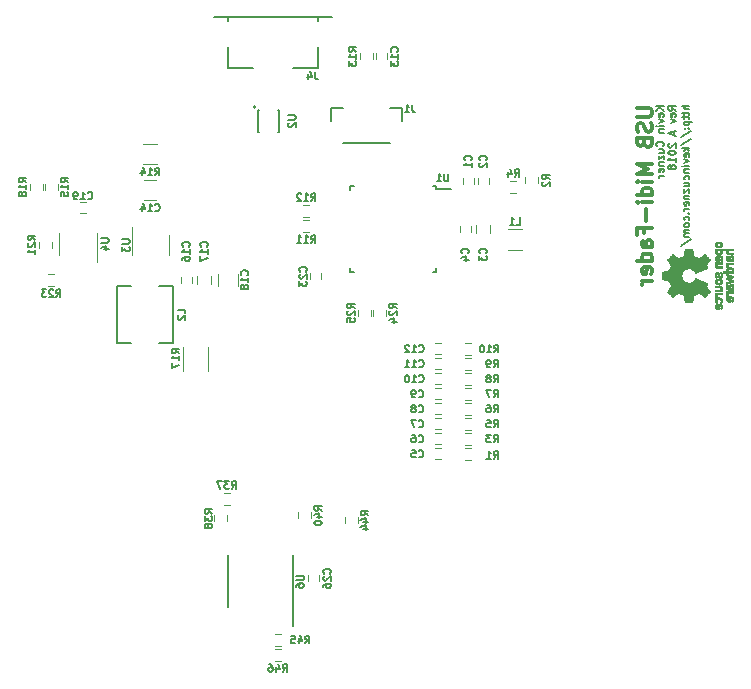
<source format=gbr>
G04 #@! TF.FileFunction,Legend,Bot*
%FSLAX46Y46*%
G04 Gerber Fmt 4.6, Leading zero omitted, Abs format (unit mm)*
G04 Created by KiCad (PCBNEW 4.0.7) date Fri Jul 13 22:00:20 2018*
%MOMM*%
%LPD*%
G01*
G04 APERTURE LIST*
%ADD10C,0.100000*%
%ADD11C,0.158750*%
%ADD12C,0.300000*%
%ADD13C,0.120000*%
%ADD14C,0.150000*%
%ADD15C,0.010000*%
%ADD16C,0.127000*%
G04 APERTURE END LIST*
D10*
D11*
X185072262Y-70890190D02*
X184437262Y-70890190D01*
X185072262Y-71162333D02*
X184739643Y-71162333D01*
X184679167Y-71132095D01*
X184648929Y-71071619D01*
X184648929Y-70980905D01*
X184679167Y-70920429D01*
X184709405Y-70890190D01*
X184648929Y-71374000D02*
X184648929Y-71615905D01*
X184437262Y-71464714D02*
X184981548Y-71464714D01*
X185042024Y-71494953D01*
X185072262Y-71555429D01*
X185072262Y-71615905D01*
X184648929Y-71736857D02*
X184648929Y-71978762D01*
X184437262Y-71827571D02*
X184981548Y-71827571D01*
X185042024Y-71857810D01*
X185072262Y-71918286D01*
X185072262Y-71978762D01*
X184648929Y-72190428D02*
X185283929Y-72190428D01*
X184679167Y-72190428D02*
X184648929Y-72250905D01*
X184648929Y-72371857D01*
X184679167Y-72432333D01*
X184709405Y-72462571D01*
X184769881Y-72492809D01*
X184951310Y-72492809D01*
X185011786Y-72462571D01*
X185042024Y-72432333D01*
X185072262Y-72371857D01*
X185072262Y-72250905D01*
X185042024Y-72190428D01*
X185011786Y-72764952D02*
X185042024Y-72795191D01*
X185072262Y-72764952D01*
X185042024Y-72734714D01*
X185011786Y-72764952D01*
X185072262Y-72764952D01*
X184679167Y-72764952D02*
X184709405Y-72795191D01*
X184739643Y-72764952D01*
X184709405Y-72734714D01*
X184679167Y-72764952D01*
X184739643Y-72764952D01*
X184407024Y-73520905D02*
X185223452Y-72976619D01*
X184407024Y-74186143D02*
X185223452Y-73641857D01*
X185072262Y-74397809D02*
X184437262Y-74397809D01*
X184830357Y-74458286D02*
X185072262Y-74639714D01*
X184648929Y-74639714D02*
X184890833Y-74397809D01*
X185042024Y-75153762D02*
X185072262Y-75093286D01*
X185072262Y-74972334D01*
X185042024Y-74911857D01*
X184981548Y-74881619D01*
X184739643Y-74881619D01*
X184679167Y-74911857D01*
X184648929Y-74972334D01*
X184648929Y-75093286D01*
X184679167Y-75153762D01*
X184739643Y-75184000D01*
X184800119Y-75184000D01*
X184860595Y-74881619D01*
X184648929Y-75395667D02*
X185072262Y-75546858D01*
X184648929Y-75698048D01*
X185072262Y-75939953D02*
X184648929Y-75939953D01*
X184437262Y-75939953D02*
X184467500Y-75909715D01*
X184497738Y-75939953D01*
X184467500Y-75970192D01*
X184437262Y-75939953D01*
X184497738Y-75939953D01*
X184648929Y-76242334D02*
X185072262Y-76242334D01*
X184709405Y-76242334D02*
X184679167Y-76272573D01*
X184648929Y-76333049D01*
X184648929Y-76423763D01*
X184679167Y-76484239D01*
X184739643Y-76514477D01*
X185072262Y-76514477D01*
X185042024Y-77089001D02*
X185072262Y-77028525D01*
X185072262Y-76907573D01*
X185042024Y-76847097D01*
X185011786Y-76816858D01*
X184951310Y-76786620D01*
X184769881Y-76786620D01*
X184709405Y-76816858D01*
X184679167Y-76847097D01*
X184648929Y-76907573D01*
X184648929Y-77028525D01*
X184679167Y-77089001D01*
X184648929Y-77633287D02*
X185072262Y-77633287D01*
X184648929Y-77361144D02*
X184981548Y-77361144D01*
X185042024Y-77391383D01*
X185072262Y-77451859D01*
X185072262Y-77542573D01*
X185042024Y-77603049D01*
X185011786Y-77633287D01*
X184648929Y-77875192D02*
X184648929Y-78207811D01*
X185072262Y-77875192D01*
X185072262Y-78207811D01*
X184648929Y-78449716D02*
X185072262Y-78449716D01*
X184709405Y-78449716D02*
X184679167Y-78479955D01*
X184648929Y-78540431D01*
X184648929Y-78631145D01*
X184679167Y-78691621D01*
X184739643Y-78721859D01*
X185072262Y-78721859D01*
X185042024Y-79266145D02*
X185072262Y-79205669D01*
X185072262Y-79084717D01*
X185042024Y-79024240D01*
X184981548Y-78994002D01*
X184739643Y-78994002D01*
X184679167Y-79024240D01*
X184648929Y-79084717D01*
X184648929Y-79205669D01*
X184679167Y-79266145D01*
X184739643Y-79296383D01*
X184800119Y-79296383D01*
X184860595Y-78994002D01*
X185072262Y-79568526D02*
X184648929Y-79568526D01*
X184769881Y-79568526D02*
X184709405Y-79598765D01*
X184679167Y-79629003D01*
X184648929Y-79689479D01*
X184648929Y-79749955D01*
X185011786Y-79961621D02*
X185042024Y-79991860D01*
X185072262Y-79961621D01*
X185042024Y-79931383D01*
X185011786Y-79961621D01*
X185072262Y-79961621D01*
X185042024Y-80536145D02*
X185072262Y-80475669D01*
X185072262Y-80354717D01*
X185042024Y-80294241D01*
X185011786Y-80264002D01*
X184951310Y-80233764D01*
X184769881Y-80233764D01*
X184709405Y-80264002D01*
X184679167Y-80294241D01*
X184648929Y-80354717D01*
X184648929Y-80475669D01*
X184679167Y-80536145D01*
X185072262Y-80899003D02*
X185042024Y-80838527D01*
X185011786Y-80808288D01*
X184951310Y-80778050D01*
X184769881Y-80778050D01*
X184709405Y-80808288D01*
X184679167Y-80838527D01*
X184648929Y-80899003D01*
X184648929Y-80989717D01*
X184679167Y-81050193D01*
X184709405Y-81080431D01*
X184769881Y-81110669D01*
X184951310Y-81110669D01*
X185011786Y-81080431D01*
X185042024Y-81050193D01*
X185072262Y-80989717D01*
X185072262Y-80899003D01*
X185072262Y-81382812D02*
X184648929Y-81382812D01*
X184709405Y-81382812D02*
X184679167Y-81413051D01*
X184648929Y-81473527D01*
X184648929Y-81564241D01*
X184679167Y-81624717D01*
X184739643Y-81654955D01*
X185072262Y-81654955D01*
X184739643Y-81654955D02*
X184679167Y-81685193D01*
X184648929Y-81745670D01*
X184648929Y-81836384D01*
X184679167Y-81896860D01*
X184739643Y-81927098D01*
X185072262Y-81927098D01*
X184407024Y-82683051D02*
X185223452Y-82138765D01*
X183929262Y-71253048D02*
X183626881Y-71041381D01*
X183929262Y-70890190D02*
X183294262Y-70890190D01*
X183294262Y-71132095D01*
X183324500Y-71192571D01*
X183354738Y-71222810D01*
X183415214Y-71253048D01*
X183505929Y-71253048D01*
X183566405Y-71222810D01*
X183596643Y-71192571D01*
X183626881Y-71132095D01*
X183626881Y-70890190D01*
X183899024Y-71767095D02*
X183929262Y-71706619D01*
X183929262Y-71585667D01*
X183899024Y-71525190D01*
X183838548Y-71494952D01*
X183596643Y-71494952D01*
X183536167Y-71525190D01*
X183505929Y-71585667D01*
X183505929Y-71706619D01*
X183536167Y-71767095D01*
X183596643Y-71797333D01*
X183657119Y-71797333D01*
X183717595Y-71494952D01*
X183505929Y-72009000D02*
X183929262Y-72160191D01*
X183505929Y-72311381D01*
X183747833Y-73006858D02*
X183747833Y-73309239D01*
X183929262Y-72946382D02*
X183294262Y-73158049D01*
X183929262Y-73369716D01*
X183354738Y-74034954D02*
X183324500Y-74065192D01*
X183294262Y-74125669D01*
X183294262Y-74276859D01*
X183324500Y-74337335D01*
X183354738Y-74367573D01*
X183415214Y-74397812D01*
X183475690Y-74397812D01*
X183566405Y-74367573D01*
X183929262Y-74004716D01*
X183929262Y-74397812D01*
X183294262Y-74790907D02*
X183294262Y-74851383D01*
X183324500Y-74911859D01*
X183354738Y-74942097D01*
X183415214Y-74972335D01*
X183536167Y-75002574D01*
X183687357Y-75002574D01*
X183808310Y-74972335D01*
X183868786Y-74942097D01*
X183899024Y-74911859D01*
X183929262Y-74851383D01*
X183929262Y-74790907D01*
X183899024Y-74730431D01*
X183868786Y-74700193D01*
X183808310Y-74669954D01*
X183687357Y-74639716D01*
X183536167Y-74639716D01*
X183415214Y-74669954D01*
X183354738Y-74700193D01*
X183324500Y-74730431D01*
X183294262Y-74790907D01*
X183929262Y-75607336D02*
X183929262Y-75244478D01*
X183929262Y-75425907D02*
X183294262Y-75425907D01*
X183384976Y-75365431D01*
X183445452Y-75304955D01*
X183475690Y-75244478D01*
X183566405Y-75970193D02*
X183536167Y-75909717D01*
X183505929Y-75879478D01*
X183445452Y-75849240D01*
X183415214Y-75849240D01*
X183354738Y-75879478D01*
X183324500Y-75909717D01*
X183294262Y-75970193D01*
X183294262Y-76091145D01*
X183324500Y-76151621D01*
X183354738Y-76181859D01*
X183415214Y-76212098D01*
X183445452Y-76212098D01*
X183505929Y-76181859D01*
X183536167Y-76151621D01*
X183566405Y-76091145D01*
X183566405Y-75970193D01*
X183596643Y-75909717D01*
X183626881Y-75879478D01*
X183687357Y-75849240D01*
X183808310Y-75849240D01*
X183868786Y-75879478D01*
X183899024Y-75909717D01*
X183929262Y-75970193D01*
X183929262Y-76091145D01*
X183899024Y-76151621D01*
X183868786Y-76181859D01*
X183808310Y-76212098D01*
X183687357Y-76212098D01*
X183626881Y-76181859D01*
X183596643Y-76151621D01*
X183566405Y-76091145D01*
X182913262Y-70890190D02*
X182278262Y-70890190D01*
X182913262Y-71253048D02*
X182550405Y-70980905D01*
X182278262Y-71253048D02*
X182641119Y-70890190D01*
X182883024Y-71767095D02*
X182913262Y-71706619D01*
X182913262Y-71585667D01*
X182883024Y-71525190D01*
X182822548Y-71494952D01*
X182580643Y-71494952D01*
X182520167Y-71525190D01*
X182489929Y-71585667D01*
X182489929Y-71706619D01*
X182520167Y-71767095D01*
X182580643Y-71797333D01*
X182641119Y-71797333D01*
X182701595Y-71494952D01*
X182489929Y-72009000D02*
X182913262Y-72160191D01*
X182489929Y-72311381D01*
X182913262Y-72553286D02*
X182489929Y-72553286D01*
X182278262Y-72553286D02*
X182308500Y-72523048D01*
X182338738Y-72553286D01*
X182308500Y-72583525D01*
X182278262Y-72553286D01*
X182338738Y-72553286D01*
X182489929Y-72855667D02*
X182913262Y-72855667D01*
X182550405Y-72855667D02*
X182520167Y-72885906D01*
X182489929Y-72946382D01*
X182489929Y-73037096D01*
X182520167Y-73097572D01*
X182580643Y-73127810D01*
X182913262Y-73127810D01*
X182852786Y-74276859D02*
X182883024Y-74246621D01*
X182913262Y-74155906D01*
X182913262Y-74095430D01*
X182883024Y-74004716D01*
X182822548Y-73944240D01*
X182762071Y-73914001D01*
X182641119Y-73883763D01*
X182550405Y-73883763D01*
X182429452Y-73914001D01*
X182368976Y-73944240D01*
X182308500Y-74004716D01*
X182278262Y-74095430D01*
X182278262Y-74155906D01*
X182308500Y-74246621D01*
X182338738Y-74276859D01*
X182489929Y-74821144D02*
X182913262Y-74821144D01*
X182489929Y-74549001D02*
X182822548Y-74549001D01*
X182883024Y-74579240D01*
X182913262Y-74639716D01*
X182913262Y-74730430D01*
X182883024Y-74790906D01*
X182852786Y-74821144D01*
X182489929Y-75063049D02*
X182489929Y-75395668D01*
X182913262Y-75063049D01*
X182913262Y-75395668D01*
X182489929Y-75637573D02*
X182913262Y-75637573D01*
X182550405Y-75637573D02*
X182520167Y-75667812D01*
X182489929Y-75728288D01*
X182489929Y-75819002D01*
X182520167Y-75879478D01*
X182580643Y-75909716D01*
X182913262Y-75909716D01*
X182883024Y-76454002D02*
X182913262Y-76393526D01*
X182913262Y-76272574D01*
X182883024Y-76212097D01*
X182822548Y-76181859D01*
X182580643Y-76181859D01*
X182520167Y-76212097D01*
X182489929Y-76272574D01*
X182489929Y-76393526D01*
X182520167Y-76454002D01*
X182580643Y-76484240D01*
X182641119Y-76484240D01*
X182701595Y-76181859D01*
X182913262Y-76756383D02*
X182489929Y-76756383D01*
X182610881Y-76756383D02*
X182550405Y-76786622D01*
X182520167Y-76816860D01*
X182489929Y-76877336D01*
X182489929Y-76937812D01*
D12*
X180660524Y-71041381D02*
X181688619Y-71041381D01*
X181809571Y-71101857D01*
X181870048Y-71162333D01*
X181930524Y-71283286D01*
X181930524Y-71525190D01*
X181870048Y-71646143D01*
X181809571Y-71706619D01*
X181688619Y-71767095D01*
X180660524Y-71767095D01*
X181870048Y-72311381D02*
X181930524Y-72492809D01*
X181930524Y-72795190D01*
X181870048Y-72916143D01*
X181809571Y-72976619D01*
X181688619Y-73037095D01*
X181567667Y-73037095D01*
X181446714Y-72976619D01*
X181386238Y-72916143D01*
X181325762Y-72795190D01*
X181265286Y-72553286D01*
X181204810Y-72432333D01*
X181144333Y-72371857D01*
X181023381Y-72311381D01*
X180902429Y-72311381D01*
X180781476Y-72371857D01*
X180721000Y-72432333D01*
X180660524Y-72553286D01*
X180660524Y-72855666D01*
X180721000Y-73037095D01*
X181265286Y-74004714D02*
X181325762Y-74186143D01*
X181386238Y-74246619D01*
X181507190Y-74307095D01*
X181688619Y-74307095D01*
X181809571Y-74246619D01*
X181870048Y-74186143D01*
X181930524Y-74065190D01*
X181930524Y-73581381D01*
X180660524Y-73581381D01*
X180660524Y-74004714D01*
X180721000Y-74125667D01*
X180781476Y-74186143D01*
X180902429Y-74246619D01*
X181023381Y-74246619D01*
X181144333Y-74186143D01*
X181204810Y-74125667D01*
X181265286Y-74004714D01*
X181265286Y-73581381D01*
X181930524Y-75819000D02*
X180660524Y-75819000D01*
X181567667Y-76242333D01*
X180660524Y-76665667D01*
X181930524Y-76665667D01*
X181930524Y-77270429D02*
X181083857Y-77270429D01*
X180660524Y-77270429D02*
X180721000Y-77209953D01*
X180781476Y-77270429D01*
X180721000Y-77330905D01*
X180660524Y-77270429D01*
X180781476Y-77270429D01*
X181930524Y-78419477D02*
X180660524Y-78419477D01*
X181870048Y-78419477D02*
X181930524Y-78298524D01*
X181930524Y-78056620D01*
X181870048Y-77935667D01*
X181809571Y-77875191D01*
X181688619Y-77814715D01*
X181325762Y-77814715D01*
X181204810Y-77875191D01*
X181144333Y-77935667D01*
X181083857Y-78056620D01*
X181083857Y-78298524D01*
X181144333Y-78419477D01*
X181930524Y-79024239D02*
X181083857Y-79024239D01*
X180660524Y-79024239D02*
X180721000Y-78963763D01*
X180781476Y-79024239D01*
X180721000Y-79084715D01*
X180660524Y-79024239D01*
X180781476Y-79024239D01*
X181446714Y-79629001D02*
X181446714Y-80596620D01*
X181265286Y-81624715D02*
X181265286Y-81201382D01*
X181930524Y-81201382D02*
X180660524Y-81201382D01*
X180660524Y-81806144D01*
X181930524Y-82834239D02*
X181265286Y-82834239D01*
X181144333Y-82773762D01*
X181083857Y-82652810D01*
X181083857Y-82410905D01*
X181144333Y-82289953D01*
X181870048Y-82834239D02*
X181930524Y-82713286D01*
X181930524Y-82410905D01*
X181870048Y-82289953D01*
X181749095Y-82229477D01*
X181628143Y-82229477D01*
X181507190Y-82289953D01*
X181446714Y-82410905D01*
X181446714Y-82713286D01*
X181386238Y-82834239D01*
X181930524Y-83983287D02*
X180660524Y-83983287D01*
X181870048Y-83983287D02*
X181930524Y-83862334D01*
X181930524Y-83620430D01*
X181870048Y-83499477D01*
X181809571Y-83439001D01*
X181688619Y-83378525D01*
X181325762Y-83378525D01*
X181204810Y-83439001D01*
X181144333Y-83499477D01*
X181083857Y-83620430D01*
X181083857Y-83862334D01*
X181144333Y-83983287D01*
X181870048Y-85071858D02*
X181930524Y-84950906D01*
X181930524Y-84709001D01*
X181870048Y-84588049D01*
X181749095Y-84527573D01*
X181265286Y-84527573D01*
X181144333Y-84588049D01*
X181083857Y-84709001D01*
X181083857Y-84950906D01*
X181144333Y-85071858D01*
X181265286Y-85132335D01*
X181386238Y-85132335D01*
X181507190Y-84527573D01*
X181930524Y-85676620D02*
X181083857Y-85676620D01*
X181325762Y-85676620D02*
X181204810Y-85737096D01*
X181144333Y-85797572D01*
X181083857Y-85918525D01*
X181083857Y-86039477D01*
D13*
X166840000Y-76966000D02*
X166840000Y-77466000D01*
X165900000Y-77466000D02*
X165900000Y-76966000D01*
X168110000Y-76966000D02*
X168110000Y-77466000D01*
X167170000Y-77466000D02*
X167170000Y-76966000D01*
X167040000Y-80930000D02*
X167040000Y-81630000D01*
X168240000Y-81630000D02*
X168240000Y-80930000D01*
X166586000Y-81030000D02*
X166586000Y-81530000D01*
X165646000Y-81530000D02*
X165646000Y-81030000D01*
X163580000Y-99860000D02*
X164080000Y-99860000D01*
X164080000Y-100800000D02*
X163580000Y-100800000D01*
X163580000Y-98590000D02*
X164080000Y-98590000D01*
X164080000Y-99530000D02*
X163580000Y-99530000D01*
X163580000Y-97320000D02*
X164080000Y-97320000D01*
X164080000Y-98260000D02*
X163580000Y-98260000D01*
X163580000Y-96050000D02*
X164080000Y-96050000D01*
X164080000Y-96990000D02*
X163580000Y-96990000D01*
X163580000Y-94780000D02*
X164080000Y-94780000D01*
X164080000Y-95720000D02*
X163580000Y-95720000D01*
X163580000Y-93510000D02*
X164080000Y-93510000D01*
X164080000Y-94450000D02*
X163580000Y-94450000D01*
X163580000Y-92240000D02*
X164080000Y-92240000D01*
X164080000Y-93180000D02*
X163580000Y-93180000D01*
X163580000Y-90970000D02*
X164080000Y-90970000D01*
X164080000Y-91910000D02*
X163580000Y-91910000D01*
X158534000Y-66925000D02*
X158534000Y-66425000D01*
X159474000Y-66425000D02*
X159474000Y-66925000D01*
X139946000Y-78828000D02*
X138946000Y-78828000D01*
X138946000Y-77128000D02*
X139946000Y-77128000D01*
X142964000Y-85348000D02*
X142964000Y-85848000D01*
X142024000Y-85848000D02*
X142024000Y-85348000D01*
X143418000Y-85248000D02*
X143418000Y-85948000D01*
X144618000Y-85948000D02*
X144618000Y-85248000D01*
X146900000Y-85098000D02*
X146900000Y-86098000D01*
X145200000Y-86098000D02*
X145200000Y-85098000D01*
X133481000Y-79032000D02*
X133981000Y-79032000D01*
X133981000Y-79972000D02*
X133481000Y-79972000D01*
D14*
X154734000Y-71068000D02*
X155734000Y-71068000D01*
X154734000Y-72168000D02*
X154734000Y-71068000D01*
X160734000Y-71068000D02*
X159734000Y-71068000D01*
X160734000Y-72168000D02*
X160734000Y-71068000D01*
X155734000Y-73968000D02*
X159734000Y-73968000D01*
X146060000Y-63370000D02*
X144860000Y-63370000D01*
X153660000Y-63370000D02*
X154860000Y-63370000D01*
X146060000Y-63370000D02*
X146060000Y-63670000D01*
X153660000Y-63370000D02*
X146060000Y-63370000D01*
X153660000Y-63670000D02*
X153660000Y-63370000D01*
X146060000Y-67670000D02*
X146060000Y-65870000D01*
X148160000Y-67670000D02*
X146060000Y-67670000D01*
X153660000Y-67670000D02*
X153660000Y-65870000D01*
X151560000Y-67670000D02*
X153660000Y-67670000D01*
D13*
X169707000Y-83049000D02*
X170907000Y-83049000D01*
X170907000Y-81289000D02*
X169707000Y-81289000D01*
D14*
X141406184Y-90927402D02*
X140206184Y-90927402D01*
X141406184Y-86127402D02*
X141406184Y-90927402D01*
X140206184Y-86127402D02*
X141406184Y-86127402D01*
X136606184Y-90927402D02*
X137806184Y-90927402D01*
X136606184Y-86127402D02*
X136606184Y-90927402D01*
X137806184Y-86127402D02*
X136606184Y-86127402D01*
D13*
X166620000Y-100860000D02*
X166120000Y-100860000D01*
X166120000Y-99800000D02*
X166620000Y-99800000D01*
X172234000Y-76908000D02*
X172234000Y-77408000D01*
X171174000Y-77408000D02*
X171174000Y-76908000D01*
X166620000Y-99590000D02*
X166120000Y-99590000D01*
X166120000Y-98530000D02*
X166620000Y-98530000D01*
X169930000Y-77194000D02*
X170430000Y-77194000D01*
X170430000Y-78254000D02*
X169930000Y-78254000D01*
X166620000Y-98320000D02*
X166120000Y-98320000D01*
X166120000Y-97260000D02*
X166620000Y-97260000D01*
X166620000Y-97050000D02*
X166120000Y-97050000D01*
X166120000Y-95990000D02*
X166620000Y-95990000D01*
X166620000Y-95780000D02*
X166120000Y-95780000D01*
X166120000Y-94720000D02*
X166620000Y-94720000D01*
X166620000Y-94510000D02*
X166120000Y-94510000D01*
X166120000Y-93450000D02*
X166620000Y-93450000D01*
X166620000Y-93240000D02*
X166120000Y-93240000D01*
X166120000Y-92180000D02*
X166620000Y-92180000D01*
X166620000Y-91970000D02*
X166120000Y-91970000D01*
X166120000Y-90910000D02*
X166620000Y-90910000D01*
X152904000Y-81556000D02*
X152404000Y-81556000D01*
X152404000Y-80496000D02*
X152904000Y-80496000D01*
X152904000Y-80286000D02*
X152404000Y-80286000D01*
X152404000Y-79226000D02*
X152904000Y-79226000D01*
X157204000Y-66925000D02*
X157204000Y-66425000D01*
X158264000Y-66425000D02*
X158264000Y-66925000D01*
X140046000Y-74050000D02*
X138846000Y-74050000D01*
X138846000Y-75810000D02*
X140046000Y-75810000D01*
X130534000Y-77974000D02*
X130534000Y-77474000D01*
X131594000Y-77474000D02*
X131594000Y-77974000D01*
X144326000Y-93276000D02*
X144326000Y-91276000D01*
X142186000Y-91276000D02*
X142186000Y-93276000D01*
X130324000Y-77474000D02*
X130324000Y-77974000D01*
X129264000Y-77974000D02*
X129264000Y-77474000D01*
X130026000Y-82858000D02*
X130026000Y-82358000D01*
X131086000Y-82358000D02*
X131086000Y-82858000D01*
X131314000Y-86128000D02*
X130814000Y-86128000D01*
X130814000Y-85068000D02*
X131314000Y-85068000D01*
D14*
X148379000Y-70936000D02*
G75*
G03X148379000Y-70936000I-100000J0D01*
G01*
X148579000Y-73036000D02*
X148679000Y-73036000D01*
X148579000Y-71236000D02*
X148579000Y-73036000D01*
X148679000Y-71236000D02*
X148579000Y-71236000D01*
X150379000Y-71236000D02*
X150279000Y-71236000D01*
X150379000Y-73036000D02*
X150379000Y-71236000D01*
X150279000Y-73036000D02*
X150379000Y-73036000D01*
D13*
X141008184Y-81765402D02*
X141008184Y-83525402D01*
X137938184Y-83525402D02*
X137938184Y-81095402D01*
X131740000Y-83450000D02*
X131740000Y-81650000D01*
X134960000Y-81650000D02*
X134960000Y-84100000D01*
X152946000Y-85552000D02*
X152946000Y-85052000D01*
X153886000Y-85052000D02*
X153886000Y-85552000D01*
D14*
X163645000Y-77655000D02*
X163645000Y-77880000D01*
X156395000Y-77655000D02*
X156395000Y-77955000D01*
X156395000Y-84905000D02*
X156395000Y-84605000D01*
X163645000Y-84905000D02*
X163645000Y-84605000D01*
X163645000Y-77655000D02*
X163345000Y-77655000D01*
X163645000Y-84905000D02*
X163345000Y-84905000D01*
X156395000Y-84905000D02*
X156695000Y-84905000D01*
X156395000Y-77655000D02*
X156695000Y-77655000D01*
X163645000Y-77880000D02*
X164870000Y-77880000D01*
D13*
X152819000Y-111121000D02*
X152819000Y-110621000D01*
X153759000Y-110621000D02*
X153759000Y-111121000D01*
X158347000Y-88642000D02*
X158347000Y-88142000D01*
X159407000Y-88142000D02*
X159407000Y-88642000D01*
X157077000Y-88642000D02*
X157077000Y-88142000D01*
X158137000Y-88142000D02*
X158137000Y-88642000D01*
X146173000Y-104670000D02*
X145673000Y-104670000D01*
X145673000Y-103610000D02*
X146173000Y-103610000D01*
X145945000Y-105541000D02*
X145945000Y-106041000D01*
X144885000Y-106041000D02*
X144885000Y-105541000D01*
X153057000Y-105287000D02*
X153057000Y-105787000D01*
X151997000Y-105787000D02*
X151997000Y-105287000D01*
X156994000Y-105668000D02*
X156994000Y-106168000D01*
X155934000Y-106168000D02*
X155934000Y-105668000D01*
X149991000Y-115548000D02*
X150491000Y-115548000D01*
X150491000Y-116608000D02*
X149991000Y-116608000D01*
X150491000Y-117878000D02*
X149991000Y-117878000D01*
X149991000Y-116818000D02*
X150491000Y-116818000D01*
D14*
X145992000Y-113325000D02*
X145992000Y-108925000D01*
X151517000Y-114900000D02*
X151517000Y-108925000D01*
D15*
G36*
X187270184Y-83308241D02*
X187283282Y-83334753D01*
X187306106Y-83367447D01*
X187330996Y-83391275D01*
X187362249Y-83407594D01*
X187404166Y-83417760D01*
X187461044Y-83423128D01*
X187537184Y-83425056D01*
X187569917Y-83425169D01*
X187641656Y-83424839D01*
X187692927Y-83423473D01*
X187728404Y-83420500D01*
X187752763Y-83415351D01*
X187770680Y-83407457D01*
X187782902Y-83399243D01*
X187834905Y-83346813D01*
X187866184Y-83285070D01*
X187875592Y-83218464D01*
X187861980Y-83151442D01*
X187852354Y-83130208D01*
X187825859Y-83079376D01*
X188241052Y-83079376D01*
X188221868Y-83116475D01*
X188207025Y-83165357D01*
X188203222Y-83225439D01*
X188210243Y-83285436D01*
X188226013Y-83330744D01*
X188256047Y-83368325D01*
X188299024Y-83400436D01*
X188303436Y-83402850D01*
X188324221Y-83413033D01*
X188345170Y-83420470D01*
X188370548Y-83425589D01*
X188404618Y-83428819D01*
X188451641Y-83430587D01*
X188515882Y-83431323D01*
X188588176Y-83431456D01*
X188818822Y-83431456D01*
X188818822Y-83293139D01*
X188393533Y-83293139D01*
X188360979Y-83254451D01*
X188334940Y-83214262D01*
X188330205Y-83176203D01*
X188342389Y-83137934D01*
X188354320Y-83117538D01*
X188371313Y-83102358D01*
X188396995Y-83091562D01*
X188434991Y-83084317D01*
X188488926Y-83079792D01*
X188562425Y-83077156D01*
X188611347Y-83076228D01*
X188812535Y-83073089D01*
X188816336Y-83007074D01*
X188820136Y-82941060D01*
X187571650Y-82941060D01*
X187571650Y-83079376D01*
X187641254Y-83082903D01*
X187689569Y-83094785D01*
X187719631Y-83116980D01*
X187734471Y-83151441D01*
X187737436Y-83186258D01*
X187734028Y-83225671D01*
X187720617Y-83251829D01*
X187702896Y-83268186D01*
X187683835Y-83281063D01*
X187662601Y-83288728D01*
X187632849Y-83292139D01*
X187588236Y-83292251D01*
X187550880Y-83291103D01*
X187494604Y-83288468D01*
X187457658Y-83284544D01*
X187434223Y-83277937D01*
X187418480Y-83267251D01*
X187409380Y-83257167D01*
X187389537Y-83215030D01*
X187386332Y-83165160D01*
X187393168Y-83136524D01*
X187417464Y-83108172D01*
X187464728Y-83089391D01*
X187534624Y-83080288D01*
X187571650Y-83079376D01*
X187571650Y-82941060D01*
X187259614Y-82941060D01*
X187259614Y-83010218D01*
X187261256Y-83051740D01*
X187267087Y-83073162D01*
X187278461Y-83079374D01*
X187278798Y-83079376D01*
X187289938Y-83082258D01*
X187288673Y-83094970D01*
X187276433Y-83120243D01*
X187257707Y-83179131D01*
X187255739Y-83245385D01*
X187270184Y-83308241D01*
X187270184Y-83308241D01*
G37*
X187270184Y-83308241D02*
X187283282Y-83334753D01*
X187306106Y-83367447D01*
X187330996Y-83391275D01*
X187362249Y-83407594D01*
X187404166Y-83417760D01*
X187461044Y-83423128D01*
X187537184Y-83425056D01*
X187569917Y-83425169D01*
X187641656Y-83424839D01*
X187692927Y-83423473D01*
X187728404Y-83420500D01*
X187752763Y-83415351D01*
X187770680Y-83407457D01*
X187782902Y-83399243D01*
X187834905Y-83346813D01*
X187866184Y-83285070D01*
X187875592Y-83218464D01*
X187861980Y-83151442D01*
X187852354Y-83130208D01*
X187825859Y-83079376D01*
X188241052Y-83079376D01*
X188221868Y-83116475D01*
X188207025Y-83165357D01*
X188203222Y-83225439D01*
X188210243Y-83285436D01*
X188226013Y-83330744D01*
X188256047Y-83368325D01*
X188299024Y-83400436D01*
X188303436Y-83402850D01*
X188324221Y-83413033D01*
X188345170Y-83420470D01*
X188370548Y-83425589D01*
X188404618Y-83428819D01*
X188451641Y-83430587D01*
X188515882Y-83431323D01*
X188588176Y-83431456D01*
X188818822Y-83431456D01*
X188818822Y-83293139D01*
X188393533Y-83293139D01*
X188360979Y-83254451D01*
X188334940Y-83214262D01*
X188330205Y-83176203D01*
X188342389Y-83137934D01*
X188354320Y-83117538D01*
X188371313Y-83102358D01*
X188396995Y-83091562D01*
X188434991Y-83084317D01*
X188488926Y-83079792D01*
X188562425Y-83077156D01*
X188611347Y-83076228D01*
X188812535Y-83073089D01*
X188816336Y-83007074D01*
X188820136Y-82941060D01*
X187571650Y-82941060D01*
X187571650Y-83079376D01*
X187641254Y-83082903D01*
X187689569Y-83094785D01*
X187719631Y-83116980D01*
X187734471Y-83151441D01*
X187737436Y-83186258D01*
X187734028Y-83225671D01*
X187720617Y-83251829D01*
X187702896Y-83268186D01*
X187683835Y-83281063D01*
X187662601Y-83288728D01*
X187632849Y-83292139D01*
X187588236Y-83292251D01*
X187550880Y-83291103D01*
X187494604Y-83288468D01*
X187457658Y-83284544D01*
X187434223Y-83277937D01*
X187418480Y-83267251D01*
X187409380Y-83257167D01*
X187389537Y-83215030D01*
X187386332Y-83165160D01*
X187393168Y-83136524D01*
X187417464Y-83108172D01*
X187464728Y-83089391D01*
X187534624Y-83080288D01*
X187571650Y-83079376D01*
X187571650Y-82941060D01*
X187259614Y-82941060D01*
X187259614Y-83010218D01*
X187261256Y-83051740D01*
X187267087Y-83073162D01*
X187278461Y-83079374D01*
X187278798Y-83079376D01*
X187289938Y-83082258D01*
X187288673Y-83094970D01*
X187276433Y-83120243D01*
X187257707Y-83179131D01*
X187255739Y-83245385D01*
X187270184Y-83308241D01*
G36*
X188207555Y-83832790D02*
X188223339Y-83891945D01*
X188251948Y-83936977D01*
X188289419Y-83968754D01*
X188305411Y-83978634D01*
X188322163Y-83985927D01*
X188343592Y-83991026D01*
X188373616Y-83994321D01*
X188416154Y-83996203D01*
X188475122Y-83997063D01*
X188554440Y-83997293D01*
X188575484Y-83997297D01*
X188818822Y-83997297D01*
X188818822Y-83936941D01*
X188816126Y-83898443D01*
X188809295Y-83869977D01*
X188805083Y-83862845D01*
X188797813Y-83843348D01*
X188805083Y-83823434D01*
X188814160Y-83790647D01*
X188817813Y-83743022D01*
X188816228Y-83690236D01*
X188809589Y-83641964D01*
X188801072Y-83613782D01*
X188766063Y-83559247D01*
X188717479Y-83525165D01*
X188652882Y-83509843D01*
X188651223Y-83509701D01*
X188622566Y-83511045D01*
X188622566Y-83632644D01*
X188655161Y-83643274D01*
X188673505Y-83660590D01*
X188687379Y-83695348D01*
X188692917Y-83741227D01*
X188690191Y-83788012D01*
X188679274Y-83825486D01*
X188672269Y-83835985D01*
X188639904Y-83854332D01*
X188603111Y-83858980D01*
X188554763Y-83858980D01*
X188554763Y-83789418D01*
X188559850Y-83723333D01*
X188574263Y-83673236D01*
X188596729Y-83642071D01*
X188622566Y-83632644D01*
X188622566Y-83511045D01*
X188580647Y-83513013D01*
X188524845Y-83536290D01*
X188482647Y-83580052D01*
X188478808Y-83586101D01*
X188466309Y-83612093D01*
X188458740Y-83644265D01*
X188455061Y-83689240D01*
X188454216Y-83742669D01*
X188454169Y-83858980D01*
X188405411Y-83858980D01*
X188367581Y-83854047D01*
X188342236Y-83841457D01*
X188340887Y-83839983D01*
X188329800Y-83811966D01*
X188325503Y-83769674D01*
X188327615Y-83722936D01*
X188335756Y-83681582D01*
X188347965Y-83657043D01*
X188357746Y-83643747D01*
X188359613Y-83629706D01*
X188351600Y-83610329D01*
X188331739Y-83581024D01*
X188298063Y-83537197D01*
X188294909Y-83533175D01*
X188283236Y-83535236D01*
X188263822Y-83552432D01*
X188242248Y-83578567D01*
X188224096Y-83607448D01*
X188219809Y-83616522D01*
X188211256Y-83649620D01*
X188205155Y-83698120D01*
X188202708Y-83752305D01*
X188202703Y-83754839D01*
X188207555Y-83832790D01*
X188207555Y-83832790D01*
G37*
X188207555Y-83832790D02*
X188223339Y-83891945D01*
X188251948Y-83936977D01*
X188289419Y-83968754D01*
X188305411Y-83978634D01*
X188322163Y-83985927D01*
X188343592Y-83991026D01*
X188373616Y-83994321D01*
X188416154Y-83996203D01*
X188475122Y-83997063D01*
X188554440Y-83997293D01*
X188575484Y-83997297D01*
X188818822Y-83997297D01*
X188818822Y-83936941D01*
X188816126Y-83898443D01*
X188809295Y-83869977D01*
X188805083Y-83862845D01*
X188797813Y-83843348D01*
X188805083Y-83823434D01*
X188814160Y-83790647D01*
X188817813Y-83743022D01*
X188816228Y-83690236D01*
X188809589Y-83641964D01*
X188801072Y-83613782D01*
X188766063Y-83559247D01*
X188717479Y-83525165D01*
X188652882Y-83509843D01*
X188651223Y-83509701D01*
X188622566Y-83511045D01*
X188622566Y-83632644D01*
X188655161Y-83643274D01*
X188673505Y-83660590D01*
X188687379Y-83695348D01*
X188692917Y-83741227D01*
X188690191Y-83788012D01*
X188679274Y-83825486D01*
X188672269Y-83835985D01*
X188639904Y-83854332D01*
X188603111Y-83858980D01*
X188554763Y-83858980D01*
X188554763Y-83789418D01*
X188559850Y-83723333D01*
X188574263Y-83673236D01*
X188596729Y-83642071D01*
X188622566Y-83632644D01*
X188622566Y-83511045D01*
X188580647Y-83513013D01*
X188524845Y-83536290D01*
X188482647Y-83580052D01*
X188478808Y-83586101D01*
X188466309Y-83612093D01*
X188458740Y-83644265D01*
X188455061Y-83689240D01*
X188454216Y-83742669D01*
X188454169Y-83858980D01*
X188405411Y-83858980D01*
X188367581Y-83854047D01*
X188342236Y-83841457D01*
X188340887Y-83839983D01*
X188329800Y-83811966D01*
X188325503Y-83769674D01*
X188327615Y-83722936D01*
X188335756Y-83681582D01*
X188347965Y-83657043D01*
X188357746Y-83643747D01*
X188359613Y-83629706D01*
X188351600Y-83610329D01*
X188331739Y-83581024D01*
X188298063Y-83537197D01*
X188294909Y-83533175D01*
X188283236Y-83535236D01*
X188263822Y-83552432D01*
X188242248Y-83578567D01*
X188224096Y-83607448D01*
X188219809Y-83616522D01*
X188211256Y-83649620D01*
X188205155Y-83698120D01*
X188202708Y-83752305D01*
X188202703Y-83754839D01*
X188207555Y-83832790D01*
G36*
X188204020Y-84223644D02*
X188209660Y-84242461D01*
X188222053Y-84248527D01*
X188227647Y-84248782D01*
X188243230Y-84249871D01*
X188245676Y-84257368D01*
X188234993Y-84277619D01*
X188227694Y-84289649D01*
X188212063Y-84327600D01*
X188204334Y-84372928D01*
X188203740Y-84420456D01*
X188209513Y-84465005D01*
X188220884Y-84501398D01*
X188237088Y-84524457D01*
X188257355Y-84529004D01*
X188262843Y-84526709D01*
X188285626Y-84509980D01*
X188313647Y-84484037D01*
X188318177Y-84479345D01*
X188339005Y-84454617D01*
X188345735Y-84433282D01*
X188341038Y-84403445D01*
X188337917Y-84391492D01*
X188330421Y-84354295D01*
X188333792Y-84328141D01*
X188345681Y-84306054D01*
X188361635Y-84285822D01*
X188381700Y-84270921D01*
X188409702Y-84260566D01*
X188449467Y-84253971D01*
X188504823Y-84250351D01*
X188579594Y-84248922D01*
X188624740Y-84248782D01*
X188818822Y-84248782D01*
X188818822Y-84123040D01*
X188202683Y-84123040D01*
X188202683Y-84185911D01*
X188204020Y-84223644D01*
X188204020Y-84223644D01*
G37*
X188204020Y-84223644D02*
X188209660Y-84242461D01*
X188222053Y-84248527D01*
X188227647Y-84248782D01*
X188243230Y-84249871D01*
X188245676Y-84257368D01*
X188234993Y-84277619D01*
X188227694Y-84289649D01*
X188212063Y-84327600D01*
X188204334Y-84372928D01*
X188203740Y-84420456D01*
X188209513Y-84465005D01*
X188220884Y-84501398D01*
X188237088Y-84524457D01*
X188257355Y-84529004D01*
X188262843Y-84526709D01*
X188285626Y-84509980D01*
X188313647Y-84484037D01*
X188318177Y-84479345D01*
X188339005Y-84454617D01*
X188345735Y-84433282D01*
X188341038Y-84403445D01*
X188337917Y-84391492D01*
X188330421Y-84354295D01*
X188333792Y-84328141D01*
X188345681Y-84306054D01*
X188361635Y-84285822D01*
X188381700Y-84270921D01*
X188409702Y-84260566D01*
X188449467Y-84253971D01*
X188504823Y-84250351D01*
X188579594Y-84248922D01*
X188624740Y-84248782D01*
X188818822Y-84248782D01*
X188818822Y-84123040D01*
X188202683Y-84123040D01*
X188202683Y-84185911D01*
X188204020Y-84223644D01*
G36*
X188818822Y-85015812D02*
X188818822Y-84946654D01*
X188817645Y-84906512D01*
X188812772Y-84885606D01*
X188802186Y-84878078D01*
X188795029Y-84877495D01*
X188780676Y-84876226D01*
X188777923Y-84868221D01*
X188786771Y-84847185D01*
X188795029Y-84830827D01*
X188814597Y-84768023D01*
X188815729Y-84699752D01*
X188801135Y-84644248D01*
X188765877Y-84592562D01*
X188713835Y-84553162D01*
X188652450Y-84531587D01*
X188649018Y-84531038D01*
X188611571Y-84527833D01*
X188557813Y-84526239D01*
X188517155Y-84526367D01*
X188517155Y-84663721D01*
X188571194Y-84666903D01*
X188615735Y-84674141D01*
X188640888Y-84683940D01*
X188675260Y-84721011D01*
X188687582Y-84765026D01*
X188677618Y-84810416D01*
X188647895Y-84849203D01*
X188627905Y-84863892D01*
X188604050Y-84872481D01*
X188569230Y-84876504D01*
X188516930Y-84877495D01*
X188465139Y-84875722D01*
X188419634Y-84871037D01*
X188389181Y-84864397D01*
X188386452Y-84863290D01*
X188354000Y-84836509D01*
X188336183Y-84797421D01*
X188333306Y-84753685D01*
X188345674Y-84712962D01*
X188373593Y-84682913D01*
X188379148Y-84679796D01*
X188413022Y-84670039D01*
X188461728Y-84664723D01*
X188517155Y-84663721D01*
X188517155Y-84526367D01*
X188496540Y-84526432D01*
X188463563Y-84527336D01*
X188381981Y-84533486D01*
X188320730Y-84546267D01*
X188275449Y-84567529D01*
X188241779Y-84599122D01*
X188222014Y-84629793D01*
X188208120Y-84672646D01*
X188203354Y-84725944D01*
X188207236Y-84780520D01*
X188219282Y-84827208D01*
X188233693Y-84851876D01*
X188256878Y-84877495D01*
X187963773Y-84877495D01*
X187963773Y-85015812D01*
X188818822Y-85015812D01*
X188818822Y-85015812D01*
G37*
X188818822Y-85015812D02*
X188818822Y-84946654D01*
X188817645Y-84906512D01*
X188812772Y-84885606D01*
X188802186Y-84878078D01*
X188795029Y-84877495D01*
X188780676Y-84876226D01*
X188777923Y-84868221D01*
X188786771Y-84847185D01*
X188795029Y-84830827D01*
X188814597Y-84768023D01*
X188815729Y-84699752D01*
X188801135Y-84644248D01*
X188765877Y-84592562D01*
X188713835Y-84553162D01*
X188652450Y-84531587D01*
X188649018Y-84531038D01*
X188611571Y-84527833D01*
X188557813Y-84526239D01*
X188517155Y-84526367D01*
X188517155Y-84663721D01*
X188571194Y-84666903D01*
X188615735Y-84674141D01*
X188640888Y-84683940D01*
X188675260Y-84721011D01*
X188687582Y-84765026D01*
X188677618Y-84810416D01*
X188647895Y-84849203D01*
X188627905Y-84863892D01*
X188604050Y-84872481D01*
X188569230Y-84876504D01*
X188516930Y-84877495D01*
X188465139Y-84875722D01*
X188419634Y-84871037D01*
X188389181Y-84864397D01*
X188386452Y-84863290D01*
X188354000Y-84836509D01*
X188336183Y-84797421D01*
X188333306Y-84753685D01*
X188345674Y-84712962D01*
X188373593Y-84682913D01*
X188379148Y-84679796D01*
X188413022Y-84670039D01*
X188461728Y-84664723D01*
X188517155Y-84663721D01*
X188517155Y-84526367D01*
X188496540Y-84526432D01*
X188463563Y-84527336D01*
X188381981Y-84533486D01*
X188320730Y-84546267D01*
X188275449Y-84567529D01*
X188241779Y-84599122D01*
X188222014Y-84629793D01*
X188208120Y-84672646D01*
X188203354Y-84725944D01*
X188207236Y-84780520D01*
X188219282Y-84827208D01*
X188233693Y-84851876D01*
X188256878Y-84877495D01*
X187963773Y-84877495D01*
X187963773Y-85015812D01*
X188818822Y-85015812D01*
G36*
X188205237Y-85498524D02*
X188208971Y-85548255D01*
X188598773Y-85678291D01*
X188529614Y-85698678D01*
X188486874Y-85710946D01*
X188429115Y-85727085D01*
X188365625Y-85744512D01*
X188331570Y-85753726D01*
X188202683Y-85788388D01*
X188202683Y-85931391D01*
X188337857Y-85888646D01*
X188404342Y-85867596D01*
X188484539Y-85842167D01*
X188568193Y-85815610D01*
X188642782Y-85791902D01*
X188812535Y-85737902D01*
X188816328Y-85679598D01*
X188820122Y-85621295D01*
X188715734Y-85589679D01*
X188650889Y-85570182D01*
X188579400Y-85548904D01*
X188516263Y-85530308D01*
X188513750Y-85529574D01*
X188470969Y-85515684D01*
X188441779Y-85503429D01*
X188430741Y-85494846D01*
X188432018Y-85493082D01*
X188449130Y-85486891D01*
X188485787Y-85475128D01*
X188537378Y-85459225D01*
X188599294Y-85440614D01*
X188633352Y-85430543D01*
X188818822Y-85376007D01*
X188818822Y-85260264D01*
X188526471Y-85167737D01*
X188444462Y-85141744D01*
X188369987Y-85118066D01*
X188306544Y-85097820D01*
X188257632Y-85082126D01*
X188226749Y-85072102D01*
X188217726Y-85069055D01*
X188208487Y-85071467D01*
X188204441Y-85090408D01*
X188204846Y-85129823D01*
X188205152Y-85135993D01*
X188208971Y-85209086D01*
X188385010Y-85256957D01*
X188449211Y-85274553D01*
X188505649Y-85290277D01*
X188549422Y-85302746D01*
X188575630Y-85310574D01*
X188579903Y-85312020D01*
X188574990Y-85318014D01*
X188549532Y-85330101D01*
X188506997Y-85346893D01*
X188450850Y-85367003D01*
X188400130Y-85384003D01*
X188201504Y-85448794D01*
X188205237Y-85498524D01*
X188205237Y-85498524D01*
G37*
X188205237Y-85498524D02*
X188208971Y-85548255D01*
X188598773Y-85678291D01*
X188529614Y-85698678D01*
X188486874Y-85710946D01*
X188429115Y-85727085D01*
X188365625Y-85744512D01*
X188331570Y-85753726D01*
X188202683Y-85788388D01*
X188202683Y-85931391D01*
X188337857Y-85888646D01*
X188404342Y-85867596D01*
X188484539Y-85842167D01*
X188568193Y-85815610D01*
X188642782Y-85791902D01*
X188812535Y-85737902D01*
X188816328Y-85679598D01*
X188820122Y-85621295D01*
X188715734Y-85589679D01*
X188650889Y-85570182D01*
X188579400Y-85548904D01*
X188516263Y-85530308D01*
X188513750Y-85529574D01*
X188470969Y-85515684D01*
X188441779Y-85503429D01*
X188430741Y-85494846D01*
X188432018Y-85493082D01*
X188449130Y-85486891D01*
X188485787Y-85475128D01*
X188537378Y-85459225D01*
X188599294Y-85440614D01*
X188633352Y-85430543D01*
X188818822Y-85376007D01*
X188818822Y-85260264D01*
X188526471Y-85167737D01*
X188444462Y-85141744D01*
X188369987Y-85118066D01*
X188306544Y-85097820D01*
X188257632Y-85082126D01*
X188226749Y-85072102D01*
X188217726Y-85069055D01*
X188208487Y-85071467D01*
X188204441Y-85090408D01*
X188204846Y-85129823D01*
X188205152Y-85135993D01*
X188208971Y-85209086D01*
X188385010Y-85256957D01*
X188449211Y-85274553D01*
X188505649Y-85290277D01*
X188549422Y-85302746D01*
X188575630Y-85310574D01*
X188579903Y-85312020D01*
X188574990Y-85318014D01*
X188549532Y-85330101D01*
X188506997Y-85346893D01*
X188450850Y-85367003D01*
X188400130Y-85384003D01*
X188201504Y-85448794D01*
X188205237Y-85498524D01*
G36*
X188206417Y-86255411D02*
X188219290Y-86308411D01*
X188226110Y-86323731D01*
X188243974Y-86353428D01*
X188264093Y-86376220D01*
X188289962Y-86393083D01*
X188325073Y-86404998D01*
X188372920Y-86412942D01*
X188436996Y-86417894D01*
X188520794Y-86420831D01*
X188576768Y-86421947D01*
X188818822Y-86426052D01*
X188818822Y-86355932D01*
X188817038Y-86313393D01*
X188810942Y-86291476D01*
X188800706Y-86285812D01*
X188789637Y-86282821D01*
X188791754Y-86269451D01*
X188800629Y-86251233D01*
X188814233Y-86205624D01*
X188817899Y-86147007D01*
X188811903Y-86085354D01*
X188796521Y-86030638D01*
X188794386Y-86025730D01*
X188759255Y-85975723D01*
X188710419Y-85942756D01*
X188653333Y-85927587D01*
X188632824Y-85928746D01*
X188632824Y-86052508D01*
X188660425Y-86063413D01*
X188680204Y-86095745D01*
X188690819Y-86147910D01*
X188692228Y-86175787D01*
X188688620Y-86222247D01*
X188674597Y-86253129D01*
X188667931Y-86260664D01*
X188631666Y-86281076D01*
X188598773Y-86285812D01*
X188554763Y-86285812D01*
X188554763Y-86224513D01*
X188558395Y-86153256D01*
X188569818Y-86103276D01*
X188589824Y-86071696D01*
X188598743Y-86064626D01*
X188632824Y-86052508D01*
X188632824Y-85928746D01*
X188593456Y-85930971D01*
X188536244Y-85953663D01*
X188497580Y-85984624D01*
X188480864Y-86003376D01*
X188469878Y-86021733D01*
X188463180Y-86045619D01*
X188459326Y-86080957D01*
X188456873Y-86133669D01*
X188456168Y-86154577D01*
X188451879Y-86285812D01*
X188412158Y-86285620D01*
X188370405Y-86280537D01*
X188345158Y-86262162D01*
X188329030Y-86225039D01*
X188328742Y-86224043D01*
X188322400Y-86171410D01*
X188330684Y-86119906D01*
X188350827Y-86081630D01*
X188360773Y-86066272D01*
X188359397Y-86049730D01*
X188344987Y-86024275D01*
X188334817Y-86009328D01*
X188313088Y-85980091D01*
X188296800Y-85961980D01*
X188292137Y-85959074D01*
X188268005Y-85971040D01*
X188239185Y-86006396D01*
X188229461Y-86021753D01*
X188212714Y-86065901D01*
X188203227Y-86125398D01*
X188201095Y-86191487D01*
X188206417Y-86255411D01*
X188206417Y-86255411D01*
G37*
X188206417Y-86255411D02*
X188219290Y-86308411D01*
X188226110Y-86323731D01*
X188243974Y-86353428D01*
X188264093Y-86376220D01*
X188289962Y-86393083D01*
X188325073Y-86404998D01*
X188372920Y-86412942D01*
X188436996Y-86417894D01*
X188520794Y-86420831D01*
X188576768Y-86421947D01*
X188818822Y-86426052D01*
X188818822Y-86355932D01*
X188817038Y-86313393D01*
X188810942Y-86291476D01*
X188800706Y-86285812D01*
X188789637Y-86282821D01*
X188791754Y-86269451D01*
X188800629Y-86251233D01*
X188814233Y-86205624D01*
X188817899Y-86147007D01*
X188811903Y-86085354D01*
X188796521Y-86030638D01*
X188794386Y-86025730D01*
X188759255Y-85975723D01*
X188710419Y-85942756D01*
X188653333Y-85927587D01*
X188632824Y-85928746D01*
X188632824Y-86052508D01*
X188660425Y-86063413D01*
X188680204Y-86095745D01*
X188690819Y-86147910D01*
X188692228Y-86175787D01*
X188688620Y-86222247D01*
X188674597Y-86253129D01*
X188667931Y-86260664D01*
X188631666Y-86281076D01*
X188598773Y-86285812D01*
X188554763Y-86285812D01*
X188554763Y-86224513D01*
X188558395Y-86153256D01*
X188569818Y-86103276D01*
X188589824Y-86071696D01*
X188598743Y-86064626D01*
X188632824Y-86052508D01*
X188632824Y-85928746D01*
X188593456Y-85930971D01*
X188536244Y-85953663D01*
X188497580Y-85984624D01*
X188480864Y-86003376D01*
X188469878Y-86021733D01*
X188463180Y-86045619D01*
X188459326Y-86080957D01*
X188456873Y-86133669D01*
X188456168Y-86154577D01*
X188451879Y-86285812D01*
X188412158Y-86285620D01*
X188370405Y-86280537D01*
X188345158Y-86262162D01*
X188329030Y-86225039D01*
X188328742Y-86224043D01*
X188322400Y-86171410D01*
X188330684Y-86119906D01*
X188350827Y-86081630D01*
X188360773Y-86066272D01*
X188359397Y-86049730D01*
X188344987Y-86024275D01*
X188334817Y-86009328D01*
X188313088Y-85980091D01*
X188296800Y-85961980D01*
X188292137Y-85959074D01*
X188268005Y-85971040D01*
X188239185Y-86006396D01*
X188229461Y-86021753D01*
X188212714Y-86065901D01*
X188203227Y-86125398D01*
X188201095Y-86191487D01*
X188206417Y-86255411D01*
G36*
X188202486Y-86852255D02*
X188212015Y-86900595D01*
X188226125Y-86928114D01*
X188249568Y-86957064D01*
X188301571Y-86915876D01*
X188333064Y-86890482D01*
X188348428Y-86873238D01*
X188350776Y-86856102D01*
X188343217Y-86831027D01*
X188338941Y-86819257D01*
X188332631Y-86771270D01*
X188346156Y-86727324D01*
X188376710Y-86695060D01*
X188386452Y-86689819D01*
X188412258Y-86684112D01*
X188459817Y-86679706D01*
X188525758Y-86676811D01*
X188606710Y-86675631D01*
X188618226Y-86675614D01*
X188818822Y-86675614D01*
X188818822Y-86537297D01*
X188202683Y-86537297D01*
X188202683Y-86606456D01*
X188203725Y-86646333D01*
X188208358Y-86667107D01*
X188218849Y-86674789D01*
X188228745Y-86675614D01*
X188254806Y-86675614D01*
X188228745Y-86708745D01*
X188210965Y-86746735D01*
X188202174Y-86797770D01*
X188202486Y-86852255D01*
X188202486Y-86852255D01*
G37*
X188202486Y-86852255D02*
X188212015Y-86900595D01*
X188226125Y-86928114D01*
X188249568Y-86957064D01*
X188301571Y-86915876D01*
X188333064Y-86890482D01*
X188348428Y-86873238D01*
X188350776Y-86856102D01*
X188343217Y-86831027D01*
X188338941Y-86819257D01*
X188332631Y-86771270D01*
X188346156Y-86727324D01*
X188376710Y-86695060D01*
X188386452Y-86689819D01*
X188412258Y-86684112D01*
X188459817Y-86679706D01*
X188525758Y-86676811D01*
X188606710Y-86675631D01*
X188618226Y-86675614D01*
X188818822Y-86675614D01*
X188818822Y-86537297D01*
X188202683Y-86537297D01*
X188202683Y-86606456D01*
X188203725Y-86646333D01*
X188208358Y-86667107D01*
X188218849Y-86674789D01*
X188228745Y-86675614D01*
X188254806Y-86675614D01*
X188228745Y-86708745D01*
X188210965Y-86746735D01*
X188202174Y-86797770D01*
X188202486Y-86852255D01*
G36*
X188205970Y-87249581D02*
X188221597Y-87309685D01*
X188253848Y-87360021D01*
X188277940Y-87384393D01*
X188334895Y-87424345D01*
X188400965Y-87447242D01*
X188482182Y-87455108D01*
X188488748Y-87455148D01*
X188554763Y-87455218D01*
X188554763Y-87075264D01*
X188589342Y-87083363D01*
X188620659Y-87097987D01*
X188653291Y-87123581D01*
X188658500Y-87128935D01*
X188686694Y-87174943D01*
X188691475Y-87227410D01*
X188672926Y-87287803D01*
X188667931Y-87298040D01*
X188652745Y-87329439D01*
X188644094Y-87350470D01*
X188643293Y-87354139D01*
X188651063Y-87366948D01*
X188670072Y-87391378D01*
X188680460Y-87403779D01*
X188704321Y-87429476D01*
X188720077Y-87437915D01*
X188734571Y-87432058D01*
X188738534Y-87428928D01*
X188755879Y-87407725D01*
X188776959Y-87372738D01*
X188789265Y-87348337D01*
X188810946Y-87279072D01*
X188817971Y-87202388D01*
X188809647Y-87129765D01*
X188803686Y-87109426D01*
X188769952Y-87046476D01*
X188718045Y-86999815D01*
X188647459Y-86969173D01*
X188557692Y-86954282D01*
X188510753Y-86952647D01*
X188442413Y-86957421D01*
X188442413Y-87077990D01*
X188447465Y-87089652D01*
X188451429Y-87120998D01*
X188453768Y-87166571D01*
X188454169Y-87197446D01*
X188453783Y-87252981D01*
X188451975Y-87288033D01*
X188447773Y-87307262D01*
X188440203Y-87315330D01*
X188429218Y-87316901D01*
X188395381Y-87306121D01*
X188361940Y-87278980D01*
X188336272Y-87243277D01*
X188325772Y-87207560D01*
X188335086Y-87159048D01*
X188362013Y-87117053D01*
X188400827Y-87087936D01*
X188442413Y-87077990D01*
X188442413Y-86957421D01*
X188411236Y-86959599D01*
X188331949Y-86981055D01*
X188272263Y-87017470D01*
X188231549Y-87069297D01*
X188209179Y-87136990D01*
X188204871Y-87173662D01*
X188205970Y-87249581D01*
X188205970Y-87249581D01*
G37*
X188205970Y-87249581D02*
X188221597Y-87309685D01*
X188253848Y-87360021D01*
X188277940Y-87384393D01*
X188334895Y-87424345D01*
X188400965Y-87447242D01*
X188482182Y-87455108D01*
X188488748Y-87455148D01*
X188554763Y-87455218D01*
X188554763Y-87075264D01*
X188589342Y-87083363D01*
X188620659Y-87097987D01*
X188653291Y-87123581D01*
X188658500Y-87128935D01*
X188686694Y-87174943D01*
X188691475Y-87227410D01*
X188672926Y-87287803D01*
X188667931Y-87298040D01*
X188652745Y-87329439D01*
X188644094Y-87350470D01*
X188643293Y-87354139D01*
X188651063Y-87366948D01*
X188670072Y-87391378D01*
X188680460Y-87403779D01*
X188704321Y-87429476D01*
X188720077Y-87437915D01*
X188734571Y-87432058D01*
X188738534Y-87428928D01*
X188755879Y-87407725D01*
X188776959Y-87372738D01*
X188789265Y-87348337D01*
X188810946Y-87279072D01*
X188817971Y-87202388D01*
X188809647Y-87129765D01*
X188803686Y-87109426D01*
X188769952Y-87046476D01*
X188718045Y-86999815D01*
X188647459Y-86969173D01*
X188557692Y-86954282D01*
X188510753Y-86952647D01*
X188442413Y-86957421D01*
X188442413Y-87077990D01*
X188447465Y-87089652D01*
X188451429Y-87120998D01*
X188453768Y-87166571D01*
X188454169Y-87197446D01*
X188453783Y-87252981D01*
X188451975Y-87288033D01*
X188447773Y-87307262D01*
X188440203Y-87315330D01*
X188429218Y-87316901D01*
X188395381Y-87306121D01*
X188361940Y-87278980D01*
X188336272Y-87243277D01*
X188325772Y-87207560D01*
X188335086Y-87159048D01*
X188362013Y-87117053D01*
X188400827Y-87087936D01*
X188442413Y-87077990D01*
X188442413Y-86957421D01*
X188411236Y-86959599D01*
X188331949Y-86981055D01*
X188272263Y-87017470D01*
X188231549Y-87069297D01*
X188209179Y-87136990D01*
X188204871Y-87173662D01*
X188205970Y-87249581D01*
G36*
X187266148Y-82678739D02*
X187295231Y-82744521D01*
X187343793Y-82794460D01*
X187411908Y-82828626D01*
X187499651Y-82847093D01*
X187513351Y-82848417D01*
X187609939Y-82849454D01*
X187694602Y-82836007D01*
X187763221Y-82808892D01*
X187785294Y-82794373D01*
X187832011Y-82743799D01*
X187862268Y-82679391D01*
X187874824Y-82607334D01*
X187868439Y-82533815D01*
X187848772Y-82477928D01*
X187815629Y-82429868D01*
X187772175Y-82390588D01*
X187771158Y-82389908D01*
X187744338Y-82373956D01*
X187717368Y-82363590D01*
X187683332Y-82357312D01*
X187635310Y-82353627D01*
X187595931Y-82352003D01*
X187560219Y-82351328D01*
X187560219Y-82477045D01*
X187595770Y-82478274D01*
X187643094Y-82482734D01*
X187673465Y-82490603D01*
X187695072Y-82504793D01*
X187707694Y-82518083D01*
X187734122Y-82565198D01*
X187737653Y-82614495D01*
X187718639Y-82660407D01*
X187697331Y-82683362D01*
X187675859Y-82699904D01*
X187655313Y-82709579D01*
X187628574Y-82713826D01*
X187588523Y-82714080D01*
X187551638Y-82712772D01*
X187498947Y-82709957D01*
X187464772Y-82705495D01*
X187442480Y-82697452D01*
X187425442Y-82683897D01*
X187415703Y-82673155D01*
X187390123Y-82628223D01*
X187388847Y-82579751D01*
X187403999Y-82539106D01*
X187435642Y-82504433D01*
X187487620Y-82483776D01*
X187560219Y-82477045D01*
X187560219Y-82351328D01*
X187517621Y-82350521D01*
X187459056Y-82353052D01*
X187415007Y-82360638D01*
X187380248Y-82374319D01*
X187349551Y-82395135D01*
X187340436Y-82402853D01*
X187295021Y-82451111D01*
X187268493Y-82502872D01*
X187257379Y-82566172D01*
X187256471Y-82597039D01*
X187266148Y-82678739D01*
X187266148Y-82678739D01*
G37*
X187266148Y-82678739D02*
X187295231Y-82744521D01*
X187343793Y-82794460D01*
X187411908Y-82828626D01*
X187499651Y-82847093D01*
X187513351Y-82848417D01*
X187609939Y-82849454D01*
X187694602Y-82836007D01*
X187763221Y-82808892D01*
X187785294Y-82794373D01*
X187832011Y-82743799D01*
X187862268Y-82679391D01*
X187874824Y-82607334D01*
X187868439Y-82533815D01*
X187848772Y-82477928D01*
X187815629Y-82429868D01*
X187772175Y-82390588D01*
X187771158Y-82389908D01*
X187744338Y-82373956D01*
X187717368Y-82363590D01*
X187683332Y-82357312D01*
X187635310Y-82353627D01*
X187595931Y-82352003D01*
X187560219Y-82351328D01*
X187560219Y-82477045D01*
X187595770Y-82478274D01*
X187643094Y-82482734D01*
X187673465Y-82490603D01*
X187695072Y-82504793D01*
X187707694Y-82518083D01*
X187734122Y-82565198D01*
X187737653Y-82614495D01*
X187718639Y-82660407D01*
X187697331Y-82683362D01*
X187675859Y-82699904D01*
X187655313Y-82709579D01*
X187628574Y-82713826D01*
X187588523Y-82714080D01*
X187551638Y-82712772D01*
X187498947Y-82709957D01*
X187464772Y-82705495D01*
X187442480Y-82697452D01*
X187425442Y-82683897D01*
X187415703Y-82673155D01*
X187390123Y-82628223D01*
X187388847Y-82579751D01*
X187403999Y-82539106D01*
X187435642Y-82504433D01*
X187487620Y-82483776D01*
X187560219Y-82477045D01*
X187560219Y-82351328D01*
X187517621Y-82350521D01*
X187459056Y-82353052D01*
X187415007Y-82360638D01*
X187380248Y-82374319D01*
X187349551Y-82395135D01*
X187340436Y-82402853D01*
X187295021Y-82451111D01*
X187268493Y-82502872D01*
X187257379Y-82566172D01*
X187256471Y-82597039D01*
X187266148Y-82678739D01*
G36*
X187273614Y-83860301D02*
X187279514Y-83872832D01*
X187311283Y-83916201D01*
X187357646Y-83957210D01*
X187408696Y-83987832D01*
X187432166Y-83996541D01*
X187474091Y-84004488D01*
X187524757Y-84009226D01*
X187545679Y-84009801D01*
X187611693Y-84009871D01*
X187611693Y-83629917D01*
X187646273Y-83638017D01*
X187687170Y-83657896D01*
X187722514Y-83692653D01*
X187745282Y-83734002D01*
X187750010Y-83760351D01*
X187744273Y-83796084D01*
X187729882Y-83838718D01*
X187723262Y-83853201D01*
X187696513Y-83906760D01*
X187731376Y-83952467D01*
X187754955Y-83978842D01*
X187774417Y-83992876D01*
X187780129Y-83993586D01*
X187793973Y-83981049D01*
X187815012Y-83953572D01*
X187831425Y-83928634D01*
X187860930Y-83861336D01*
X187874284Y-83785890D01*
X187870812Y-83711112D01*
X187852663Y-83651505D01*
X187813784Y-83590059D01*
X187762595Y-83546392D01*
X187696367Y-83519074D01*
X187612371Y-83506678D01*
X187573936Y-83505579D01*
X187485861Y-83509978D01*
X187483299Y-83510518D01*
X187483299Y-83636418D01*
X187491558Y-83639885D01*
X187496113Y-83654137D01*
X187498065Y-83683530D01*
X187498517Y-83732425D01*
X187498525Y-83751252D01*
X187497843Y-83808533D01*
X187495364Y-83844859D01*
X187490443Y-83864396D01*
X187482434Y-83871310D01*
X187479862Y-83871555D01*
X187459423Y-83863664D01*
X187430789Y-83843915D01*
X187420763Y-83835425D01*
X187392408Y-83803906D01*
X187381259Y-83771051D01*
X187380327Y-83753349D01*
X187391981Y-83705461D01*
X187423285Y-83665301D01*
X187468752Y-83639827D01*
X187470233Y-83639375D01*
X187483299Y-83636418D01*
X187483299Y-83510518D01*
X187416510Y-83524608D01*
X187361025Y-83550962D01*
X187321639Y-83583193D01*
X187278931Y-83642783D01*
X187256109Y-83712832D01*
X187254046Y-83787339D01*
X187273614Y-83860301D01*
X187273614Y-83860301D01*
G37*
X187273614Y-83860301D02*
X187279514Y-83872832D01*
X187311283Y-83916201D01*
X187357646Y-83957210D01*
X187408696Y-83987832D01*
X187432166Y-83996541D01*
X187474091Y-84004488D01*
X187524757Y-84009226D01*
X187545679Y-84009801D01*
X187611693Y-84009871D01*
X187611693Y-83629917D01*
X187646273Y-83638017D01*
X187687170Y-83657896D01*
X187722514Y-83692653D01*
X187745282Y-83734002D01*
X187750010Y-83760351D01*
X187744273Y-83796084D01*
X187729882Y-83838718D01*
X187723262Y-83853201D01*
X187696513Y-83906760D01*
X187731376Y-83952467D01*
X187754955Y-83978842D01*
X187774417Y-83992876D01*
X187780129Y-83993586D01*
X187793973Y-83981049D01*
X187815012Y-83953572D01*
X187831425Y-83928634D01*
X187860930Y-83861336D01*
X187874284Y-83785890D01*
X187870812Y-83711112D01*
X187852663Y-83651505D01*
X187813784Y-83590059D01*
X187762595Y-83546392D01*
X187696367Y-83519074D01*
X187612371Y-83506678D01*
X187573936Y-83505579D01*
X187485861Y-83509978D01*
X187483299Y-83510518D01*
X187483299Y-83636418D01*
X187491558Y-83639885D01*
X187496113Y-83654137D01*
X187498065Y-83683530D01*
X187498517Y-83732425D01*
X187498525Y-83751252D01*
X187497843Y-83808533D01*
X187495364Y-83844859D01*
X187490443Y-83864396D01*
X187482434Y-83871310D01*
X187479862Y-83871555D01*
X187459423Y-83863664D01*
X187430789Y-83843915D01*
X187420763Y-83835425D01*
X187392408Y-83803906D01*
X187381259Y-83771051D01*
X187380327Y-83753349D01*
X187391981Y-83705461D01*
X187423285Y-83665301D01*
X187468752Y-83639827D01*
X187470233Y-83639375D01*
X187483299Y-83636418D01*
X187483299Y-83510518D01*
X187416510Y-83524608D01*
X187361025Y-83550962D01*
X187321639Y-83583193D01*
X187278931Y-83642783D01*
X187256109Y-83712832D01*
X187254046Y-83787339D01*
X187273614Y-83860301D01*
G36*
X187257452Y-85231017D02*
X187266482Y-85278634D01*
X187285370Y-85328034D01*
X187287777Y-85333312D01*
X187307476Y-85370774D01*
X187325781Y-85396717D01*
X187337508Y-85405103D01*
X187356632Y-85397117D01*
X187384850Y-85377720D01*
X187395384Y-85369110D01*
X187436847Y-85333628D01*
X187409858Y-85287885D01*
X187391878Y-85244350D01*
X187382267Y-85194050D01*
X187381660Y-85145812D01*
X187390691Y-85108467D01*
X187396327Y-85099505D01*
X187422171Y-85082437D01*
X187451941Y-85080363D01*
X187475197Y-85093134D01*
X187479708Y-85100688D01*
X187485309Y-85123325D01*
X187491892Y-85163115D01*
X187498183Y-85212166D01*
X187499170Y-85221215D01*
X187512798Y-85299996D01*
X187535946Y-85357136D01*
X187570752Y-85395030D01*
X187619354Y-85416079D01*
X187678718Y-85422635D01*
X187746198Y-85413577D01*
X187799188Y-85384164D01*
X187837783Y-85334278D01*
X187862081Y-85263800D01*
X187871667Y-85185565D01*
X187871552Y-85121766D01*
X187862845Y-85070016D01*
X187850825Y-85034673D01*
X187829880Y-84990017D01*
X187805574Y-84948747D01*
X187794876Y-84934079D01*
X187764084Y-84896357D01*
X187718049Y-84941852D01*
X187672013Y-84987347D01*
X187706243Y-85039072D01*
X187731952Y-85090952D01*
X187745399Y-85146351D01*
X187746818Y-85199605D01*
X187736443Y-85245049D01*
X187714507Y-85277016D01*
X187695998Y-85287338D01*
X187666314Y-85285789D01*
X187643615Y-85260140D01*
X187627940Y-85210460D01*
X187620695Y-85156031D01*
X187606873Y-85072264D01*
X187580796Y-85010033D01*
X187541699Y-84968507D01*
X187488820Y-84946853D01*
X187426126Y-84943853D01*
X187360642Y-84958671D01*
X187311144Y-84992454D01*
X187277408Y-85045505D01*
X187259207Y-85118126D01*
X187255639Y-85171928D01*
X187257452Y-85231017D01*
X187257452Y-85231017D01*
G37*
X187257452Y-85231017D02*
X187266482Y-85278634D01*
X187285370Y-85328034D01*
X187287777Y-85333312D01*
X187307476Y-85370774D01*
X187325781Y-85396717D01*
X187337508Y-85405103D01*
X187356632Y-85397117D01*
X187384850Y-85377720D01*
X187395384Y-85369110D01*
X187436847Y-85333628D01*
X187409858Y-85287885D01*
X187391878Y-85244350D01*
X187382267Y-85194050D01*
X187381660Y-85145812D01*
X187390691Y-85108467D01*
X187396327Y-85099505D01*
X187422171Y-85082437D01*
X187451941Y-85080363D01*
X187475197Y-85093134D01*
X187479708Y-85100688D01*
X187485309Y-85123325D01*
X187491892Y-85163115D01*
X187498183Y-85212166D01*
X187499170Y-85221215D01*
X187512798Y-85299996D01*
X187535946Y-85357136D01*
X187570752Y-85395030D01*
X187619354Y-85416079D01*
X187678718Y-85422635D01*
X187746198Y-85413577D01*
X187799188Y-85384164D01*
X187837783Y-85334278D01*
X187862081Y-85263800D01*
X187871667Y-85185565D01*
X187871552Y-85121766D01*
X187862845Y-85070016D01*
X187850825Y-85034673D01*
X187829880Y-84990017D01*
X187805574Y-84948747D01*
X187794876Y-84934079D01*
X187764084Y-84896357D01*
X187718049Y-84941852D01*
X187672013Y-84987347D01*
X187706243Y-85039072D01*
X187731952Y-85090952D01*
X187745399Y-85146351D01*
X187746818Y-85199605D01*
X187736443Y-85245049D01*
X187714507Y-85277016D01*
X187695998Y-85287338D01*
X187666314Y-85285789D01*
X187643615Y-85260140D01*
X187627940Y-85210460D01*
X187620695Y-85156031D01*
X187606873Y-85072264D01*
X187580796Y-85010033D01*
X187541699Y-84968507D01*
X187488820Y-84946853D01*
X187426126Y-84943853D01*
X187360642Y-84958671D01*
X187311144Y-84992454D01*
X187277408Y-85045505D01*
X187259207Y-85118126D01*
X187255639Y-85171928D01*
X187257452Y-85231017D01*
G36*
X187267055Y-85827762D02*
X187301692Y-85891363D01*
X187356372Y-85941123D01*
X187400842Y-85964568D01*
X187440121Y-85974634D01*
X187496116Y-85981156D01*
X187560621Y-85983951D01*
X187625429Y-85982836D01*
X187682334Y-85977626D01*
X187712727Y-85971541D01*
X187754306Y-85951014D01*
X187798468Y-85915463D01*
X187837087Y-85872619D01*
X187862034Y-85830211D01*
X187862430Y-85829177D01*
X187873331Y-85776553D01*
X187873601Y-85714188D01*
X187863676Y-85654924D01*
X187855722Y-85632040D01*
X187822300Y-85573102D01*
X187778511Y-85530890D01*
X187720538Y-85503156D01*
X187644565Y-85487651D01*
X187604771Y-85484143D01*
X187554766Y-85484590D01*
X187554766Y-85619376D01*
X187627732Y-85623917D01*
X187683334Y-85636986D01*
X187718861Y-85657756D01*
X187729020Y-85672552D01*
X187736104Y-85710464D01*
X187734007Y-85755527D01*
X187723812Y-85794487D01*
X187718204Y-85804704D01*
X187685538Y-85831659D01*
X187635545Y-85849451D01*
X187574705Y-85857024D01*
X187509497Y-85853325D01*
X187470253Y-85845057D01*
X187424805Y-85821320D01*
X187396396Y-85783849D01*
X187386573Y-85738720D01*
X187396887Y-85692011D01*
X187422112Y-85656132D01*
X187442925Y-85637277D01*
X187463439Y-85626272D01*
X187491203Y-85621026D01*
X187533762Y-85619449D01*
X187554766Y-85619376D01*
X187554766Y-85484590D01*
X187498580Y-85485094D01*
X187411501Y-85502388D01*
X187343530Y-85536029D01*
X187294664Y-85586018D01*
X187264899Y-85652356D01*
X187261448Y-85666601D01*
X187253345Y-85752210D01*
X187267055Y-85827762D01*
X187267055Y-85827762D01*
G37*
X187267055Y-85827762D02*
X187301692Y-85891363D01*
X187356372Y-85941123D01*
X187400842Y-85964568D01*
X187440121Y-85974634D01*
X187496116Y-85981156D01*
X187560621Y-85983951D01*
X187625429Y-85982836D01*
X187682334Y-85977626D01*
X187712727Y-85971541D01*
X187754306Y-85951014D01*
X187798468Y-85915463D01*
X187837087Y-85872619D01*
X187862034Y-85830211D01*
X187862430Y-85829177D01*
X187873331Y-85776553D01*
X187873601Y-85714188D01*
X187863676Y-85654924D01*
X187855722Y-85632040D01*
X187822300Y-85573102D01*
X187778511Y-85530890D01*
X187720538Y-85503156D01*
X187644565Y-85487651D01*
X187604771Y-85484143D01*
X187554766Y-85484590D01*
X187554766Y-85619376D01*
X187627732Y-85623917D01*
X187683334Y-85636986D01*
X187718861Y-85657756D01*
X187729020Y-85672552D01*
X187736104Y-85710464D01*
X187734007Y-85755527D01*
X187723812Y-85794487D01*
X187718204Y-85804704D01*
X187685538Y-85831659D01*
X187635545Y-85849451D01*
X187574705Y-85857024D01*
X187509497Y-85853325D01*
X187470253Y-85845057D01*
X187424805Y-85821320D01*
X187396396Y-85783849D01*
X187386573Y-85738720D01*
X187396887Y-85692011D01*
X187422112Y-85656132D01*
X187442925Y-85637277D01*
X187463439Y-85626272D01*
X187491203Y-85621026D01*
X187533762Y-85619449D01*
X187554766Y-85619376D01*
X187554766Y-85484590D01*
X187498580Y-85485094D01*
X187411501Y-85502388D01*
X187343530Y-85536029D01*
X187294664Y-85586018D01*
X187264899Y-85652356D01*
X187261448Y-85666601D01*
X187253345Y-85752210D01*
X187267055Y-85827762D01*
G36*
X187455342Y-86210367D02*
X187547563Y-86211555D01*
X187617610Y-86215897D01*
X187668381Y-86224558D01*
X187702772Y-86238704D01*
X187723679Y-86259500D01*
X187734000Y-86288110D01*
X187736636Y-86323535D01*
X187733682Y-86360636D01*
X187722889Y-86388818D01*
X187701360Y-86409243D01*
X187666199Y-86423079D01*
X187614510Y-86431491D01*
X187543394Y-86435643D01*
X187455342Y-86436703D01*
X187259614Y-86436703D01*
X187259614Y-86575020D01*
X187863179Y-86575020D01*
X187863179Y-86505862D01*
X187861489Y-86464170D01*
X187855556Y-86442701D01*
X187844293Y-86436703D01*
X187834261Y-86433091D01*
X187836383Y-86418714D01*
X187850580Y-86389736D01*
X187872480Y-86323319D01*
X187870928Y-86252875D01*
X187847147Y-86185377D01*
X187828362Y-86153233D01*
X187808022Y-86128715D01*
X187782573Y-86110804D01*
X187748458Y-86098479D01*
X187702121Y-86090723D01*
X187640007Y-86086516D01*
X187558561Y-86084840D01*
X187495578Y-86084624D01*
X187259614Y-86084624D01*
X187259614Y-86210367D01*
X187455342Y-86210367D01*
X187455342Y-86210367D01*
G37*
X187455342Y-86210367D02*
X187547563Y-86211555D01*
X187617610Y-86215897D01*
X187668381Y-86224558D01*
X187702772Y-86238704D01*
X187723679Y-86259500D01*
X187734000Y-86288110D01*
X187736636Y-86323535D01*
X187733682Y-86360636D01*
X187722889Y-86388818D01*
X187701360Y-86409243D01*
X187666199Y-86423079D01*
X187614510Y-86431491D01*
X187543394Y-86435643D01*
X187455342Y-86436703D01*
X187259614Y-86436703D01*
X187259614Y-86575020D01*
X187863179Y-86575020D01*
X187863179Y-86505862D01*
X187861489Y-86464170D01*
X187855556Y-86442701D01*
X187844293Y-86436703D01*
X187834261Y-86433091D01*
X187836383Y-86418714D01*
X187850580Y-86389736D01*
X187872480Y-86323319D01*
X187870928Y-86252875D01*
X187847147Y-86185377D01*
X187828362Y-86153233D01*
X187808022Y-86128715D01*
X187782573Y-86110804D01*
X187748458Y-86098479D01*
X187702121Y-86090723D01*
X187640007Y-86086516D01*
X187558561Y-86084840D01*
X187495578Y-86084624D01*
X187259614Y-86084624D01*
X187259614Y-86210367D01*
X187455342Y-86210367D01*
G36*
X187264880Y-87434226D02*
X187295830Y-87507080D01*
X187310895Y-87530027D01*
X187334048Y-87559354D01*
X187352253Y-87577764D01*
X187358183Y-87580961D01*
X187371340Y-87571935D01*
X187393667Y-87548837D01*
X187409250Y-87530344D01*
X187449926Y-87479728D01*
X187416295Y-87439760D01*
X187394584Y-87408874D01*
X187387090Y-87378759D01*
X187388920Y-87344292D01*
X187402528Y-87289561D01*
X187430772Y-87251886D01*
X187476433Y-87228991D01*
X187542289Y-87218597D01*
X187542331Y-87218595D01*
X187615939Y-87219494D01*
X187669946Y-87233463D01*
X187706716Y-87261328D01*
X187719168Y-87280325D01*
X187734673Y-87330776D01*
X187734683Y-87384663D01*
X187719638Y-87431546D01*
X187712287Y-87442644D01*
X187693511Y-87470476D01*
X187690434Y-87492236D01*
X187704409Y-87515704D01*
X187729510Y-87541649D01*
X187771880Y-87582716D01*
X187809464Y-87537121D01*
X187851882Y-87466674D01*
X187872785Y-87387233D01*
X187871272Y-87304215D01*
X187857411Y-87249694D01*
X187823135Y-87185970D01*
X187769212Y-87135005D01*
X187731149Y-87111851D01*
X187676536Y-87093099D01*
X187607369Y-87083715D01*
X187532407Y-87083643D01*
X187460409Y-87092824D01*
X187400137Y-87111199D01*
X187393958Y-87114093D01*
X187333351Y-87156952D01*
X187289224Y-87214979D01*
X187262493Y-87283591D01*
X187254073Y-87358201D01*
X187264880Y-87434226D01*
X187264880Y-87434226D01*
G37*
X187264880Y-87434226D02*
X187295830Y-87507080D01*
X187310895Y-87530027D01*
X187334048Y-87559354D01*
X187352253Y-87577764D01*
X187358183Y-87580961D01*
X187371340Y-87571935D01*
X187393667Y-87548837D01*
X187409250Y-87530344D01*
X187449926Y-87479728D01*
X187416295Y-87439760D01*
X187394584Y-87408874D01*
X187387090Y-87378759D01*
X187388920Y-87344292D01*
X187402528Y-87289561D01*
X187430772Y-87251886D01*
X187476433Y-87228991D01*
X187542289Y-87218597D01*
X187542331Y-87218595D01*
X187615939Y-87219494D01*
X187669946Y-87233463D01*
X187706716Y-87261328D01*
X187719168Y-87280325D01*
X187734673Y-87330776D01*
X187734683Y-87384663D01*
X187719638Y-87431546D01*
X187712287Y-87442644D01*
X187693511Y-87470476D01*
X187690434Y-87492236D01*
X187704409Y-87515704D01*
X187729510Y-87541649D01*
X187771880Y-87582716D01*
X187809464Y-87537121D01*
X187851882Y-87466674D01*
X187872785Y-87387233D01*
X187871272Y-87304215D01*
X187857411Y-87249694D01*
X187823135Y-87185970D01*
X187769212Y-87135005D01*
X187731149Y-87111851D01*
X187676536Y-87093099D01*
X187607369Y-87083715D01*
X187532407Y-87083643D01*
X187460409Y-87092824D01*
X187400137Y-87111199D01*
X187393958Y-87114093D01*
X187333351Y-87156952D01*
X187289224Y-87214979D01*
X187262493Y-87283591D01*
X187254073Y-87358201D01*
X187264880Y-87434226D01*
G36*
X187257457Y-87894898D02*
X187265279Y-87927096D01*
X187293921Y-87988825D01*
X187337667Y-88041610D01*
X187390117Y-88078141D01*
X187401893Y-88083160D01*
X187432740Y-88090045D01*
X187478371Y-88094864D01*
X187524492Y-88096505D01*
X187611693Y-88096505D01*
X187611693Y-87914178D01*
X187611978Y-87838979D01*
X187613704Y-87786003D01*
X187618181Y-87752325D01*
X187626720Y-87735020D01*
X187640630Y-87731163D01*
X187661222Y-87737829D01*
X187685315Y-87749770D01*
X187725525Y-87783080D01*
X187745558Y-87829368D01*
X187744905Y-87885944D01*
X187723101Y-87950031D01*
X187696193Y-88005417D01*
X187732532Y-88051375D01*
X187768872Y-88097333D01*
X187808819Y-88054096D01*
X187846563Y-87996374D01*
X187869320Y-87925386D01*
X187875688Y-87849029D01*
X187864268Y-87775199D01*
X187860393Y-87763287D01*
X187826506Y-87698399D01*
X187775986Y-87650130D01*
X187707325Y-87617465D01*
X187619014Y-87599385D01*
X187617121Y-87599175D01*
X187520878Y-87597556D01*
X187486542Y-87604100D01*
X187486542Y-87731852D01*
X187491822Y-87743584D01*
X187495867Y-87775438D01*
X187498176Y-87822397D01*
X187498525Y-87852154D01*
X187498306Y-87907648D01*
X187496916Y-87942346D01*
X187493251Y-87960601D01*
X187486210Y-87966766D01*
X187474690Y-87965195D01*
X187470233Y-87963878D01*
X187428355Y-87941382D01*
X187394604Y-87906003D01*
X187379773Y-87874780D01*
X187380668Y-87833301D01*
X187399164Y-87791269D01*
X187429786Y-87756012D01*
X187467062Y-87734854D01*
X187486542Y-87731852D01*
X187486542Y-87604100D01*
X187436229Y-87613690D01*
X187365191Y-87645698D01*
X187309779Y-87691701D01*
X187272009Y-87749821D01*
X187253896Y-87818180D01*
X187257457Y-87894898D01*
X187257457Y-87894898D01*
G37*
X187257457Y-87894898D02*
X187265279Y-87927096D01*
X187293921Y-87988825D01*
X187337667Y-88041610D01*
X187390117Y-88078141D01*
X187401893Y-88083160D01*
X187432740Y-88090045D01*
X187478371Y-88094864D01*
X187524492Y-88096505D01*
X187611693Y-88096505D01*
X187611693Y-87914178D01*
X187611978Y-87838979D01*
X187613704Y-87786003D01*
X187618181Y-87752325D01*
X187626720Y-87735020D01*
X187640630Y-87731163D01*
X187661222Y-87737829D01*
X187685315Y-87749770D01*
X187725525Y-87783080D01*
X187745558Y-87829368D01*
X187744905Y-87885944D01*
X187723101Y-87950031D01*
X187696193Y-88005417D01*
X187732532Y-88051375D01*
X187768872Y-88097333D01*
X187808819Y-88054096D01*
X187846563Y-87996374D01*
X187869320Y-87925386D01*
X187875688Y-87849029D01*
X187864268Y-87775199D01*
X187860393Y-87763287D01*
X187826506Y-87698399D01*
X187775986Y-87650130D01*
X187707325Y-87617465D01*
X187619014Y-87599385D01*
X187617121Y-87599175D01*
X187520878Y-87597556D01*
X187486542Y-87604100D01*
X187486542Y-87731852D01*
X187491822Y-87743584D01*
X187495867Y-87775438D01*
X187498176Y-87822397D01*
X187498525Y-87852154D01*
X187498306Y-87907648D01*
X187496916Y-87942346D01*
X187493251Y-87960601D01*
X187486210Y-87966766D01*
X187474690Y-87965195D01*
X187470233Y-87963878D01*
X187428355Y-87941382D01*
X187394604Y-87906003D01*
X187379773Y-87874780D01*
X187380668Y-87833301D01*
X187399164Y-87791269D01*
X187429786Y-87756012D01*
X187467062Y-87734854D01*
X187486542Y-87731852D01*
X187486542Y-87604100D01*
X187436229Y-87613690D01*
X187365191Y-87645698D01*
X187309779Y-87691701D01*
X187272009Y-87749821D01*
X187253896Y-87818180D01*
X187257457Y-87894898D01*
G36*
X187270002Y-84462988D02*
X187284950Y-84494283D01*
X187306541Y-84524591D01*
X187331391Y-84547682D01*
X187363087Y-84564500D01*
X187405214Y-84575994D01*
X187461358Y-84583109D01*
X187535106Y-84586793D01*
X187630044Y-84587992D01*
X187639985Y-84588011D01*
X187863179Y-84588287D01*
X187863179Y-84449970D01*
X187657418Y-84449970D01*
X187581189Y-84449872D01*
X187525939Y-84449191D01*
X187487501Y-84447349D01*
X187461706Y-84443767D01*
X187444384Y-84437868D01*
X187431368Y-84429073D01*
X187418507Y-84416820D01*
X187390873Y-84373953D01*
X187385745Y-84327157D01*
X187403217Y-84282576D01*
X187416221Y-84267072D01*
X187428447Y-84255690D01*
X187441540Y-84247519D01*
X187459615Y-84242026D01*
X187486787Y-84238680D01*
X187527170Y-84236949D01*
X187584879Y-84236303D01*
X187655132Y-84236208D01*
X187863179Y-84236208D01*
X187863179Y-84097891D01*
X187259614Y-84097891D01*
X187259614Y-84167050D01*
X187261256Y-84208572D01*
X187267087Y-84229994D01*
X187278461Y-84236205D01*
X187278798Y-84236208D01*
X187289938Y-84239090D01*
X187288674Y-84251801D01*
X187276434Y-84277074D01*
X187258424Y-84334395D01*
X187256421Y-84399963D01*
X187270002Y-84462988D01*
X187270002Y-84462988D01*
G37*
X187270002Y-84462988D02*
X187284950Y-84494283D01*
X187306541Y-84524591D01*
X187331391Y-84547682D01*
X187363087Y-84564500D01*
X187405214Y-84575994D01*
X187461358Y-84583109D01*
X187535106Y-84586793D01*
X187630044Y-84587992D01*
X187639985Y-84588011D01*
X187863179Y-84588287D01*
X187863179Y-84449970D01*
X187657418Y-84449970D01*
X187581189Y-84449872D01*
X187525939Y-84449191D01*
X187487501Y-84447349D01*
X187461706Y-84443767D01*
X187444384Y-84437868D01*
X187431368Y-84429073D01*
X187418507Y-84416820D01*
X187390873Y-84373953D01*
X187385745Y-84327157D01*
X187403217Y-84282576D01*
X187416221Y-84267072D01*
X187428447Y-84255690D01*
X187441540Y-84247519D01*
X187459615Y-84242026D01*
X187486787Y-84238680D01*
X187527170Y-84236949D01*
X187584879Y-84236303D01*
X187655132Y-84236208D01*
X187863179Y-84236208D01*
X187863179Y-84097891D01*
X187259614Y-84097891D01*
X187259614Y-84167050D01*
X187261256Y-84208572D01*
X187267087Y-84229994D01*
X187278461Y-84236205D01*
X187278798Y-84236208D01*
X187289938Y-84239090D01*
X187288674Y-84251801D01*
X187276434Y-84277074D01*
X187258424Y-84334395D01*
X187256421Y-84399963D01*
X187270002Y-84462988D01*
G36*
X187259030Y-87016460D02*
X187272245Y-87059711D01*
X187288941Y-87087558D01*
X187302145Y-87096629D01*
X187317797Y-87094132D01*
X187342385Y-87077931D01*
X187359800Y-87064232D01*
X187391283Y-87035992D01*
X187404529Y-87014775D01*
X187403664Y-86996688D01*
X187390010Y-86943035D01*
X187390630Y-86903630D01*
X187406104Y-86871632D01*
X187415161Y-86860890D01*
X187447027Y-86826505D01*
X187863179Y-86826505D01*
X187863179Y-86688188D01*
X187259614Y-86688188D01*
X187259614Y-86757347D01*
X187261256Y-86798869D01*
X187267087Y-86820291D01*
X187278461Y-86826502D01*
X187278798Y-86826505D01*
X187290713Y-86829439D01*
X187289159Y-86842704D01*
X187280563Y-86861084D01*
X187264568Y-86899046D01*
X187254945Y-86929872D01*
X187252478Y-86969536D01*
X187259030Y-87016460D01*
X187259030Y-87016460D01*
G37*
X187259030Y-87016460D02*
X187272245Y-87059711D01*
X187288941Y-87087558D01*
X187302145Y-87096629D01*
X187317797Y-87094132D01*
X187342385Y-87077931D01*
X187359800Y-87064232D01*
X187391283Y-87035992D01*
X187404529Y-87014775D01*
X187403664Y-86996688D01*
X187390010Y-86943035D01*
X187390630Y-86903630D01*
X187406104Y-86871632D01*
X187415161Y-86860890D01*
X187447027Y-86826505D01*
X187863179Y-86826505D01*
X187863179Y-86688188D01*
X187259614Y-86688188D01*
X187259614Y-86757347D01*
X187261256Y-86798869D01*
X187267087Y-86820291D01*
X187278461Y-86826502D01*
X187278798Y-86826505D01*
X187290713Y-86829439D01*
X187289159Y-86842704D01*
X187280563Y-86861084D01*
X187264568Y-86899046D01*
X187254945Y-86929872D01*
X187252478Y-86969536D01*
X187259030Y-87016460D01*
G36*
X183091018Y-85593964D02*
X183392570Y-85650812D01*
X183565512Y-86070338D01*
X183394395Y-86321984D01*
X183346750Y-86392458D01*
X183304210Y-86456163D01*
X183268715Y-86510126D01*
X183242210Y-86551373D01*
X183226636Y-86576934D01*
X183223278Y-86583895D01*
X183231914Y-86596435D01*
X183255792Y-86623231D01*
X183291859Y-86661280D01*
X183337067Y-86707579D01*
X183388364Y-86759123D01*
X183442701Y-86812909D01*
X183497028Y-86865935D01*
X183548295Y-86915195D01*
X183593451Y-86957687D01*
X183629446Y-86990407D01*
X183653230Y-87010351D01*
X183661190Y-87015119D01*
X183675865Y-87008257D01*
X183708014Y-86989020D01*
X183754492Y-86959430D01*
X183812156Y-86921510D01*
X183877860Y-86877282D01*
X183915336Y-86851654D01*
X183983768Y-86804941D01*
X184045520Y-86763432D01*
X184097519Y-86729140D01*
X184136692Y-86704080D01*
X184159965Y-86690264D01*
X184164855Y-86688188D01*
X184178755Y-86692895D01*
X184211150Y-86705723D01*
X184257485Y-86724738D01*
X184313206Y-86748003D01*
X184373758Y-86773584D01*
X184434586Y-86799545D01*
X184491136Y-86823950D01*
X184538852Y-86844863D01*
X184573181Y-86860349D01*
X184589568Y-86868472D01*
X184590212Y-86868952D01*
X184593341Y-86881707D01*
X184600321Y-86915677D01*
X184610467Y-86967340D01*
X184623092Y-87033176D01*
X184637509Y-87109664D01*
X184645823Y-87154290D01*
X184661384Y-87236021D01*
X184676192Y-87309843D01*
X184689436Y-87372021D01*
X184700305Y-87418822D01*
X184707989Y-87446509D01*
X184710427Y-87452074D01*
X184726930Y-87457526D01*
X184764200Y-87461924D01*
X184817880Y-87465272D01*
X184883612Y-87467574D01*
X184957037Y-87468832D01*
X185033796Y-87469048D01*
X185109532Y-87468227D01*
X185179886Y-87466371D01*
X185240500Y-87463482D01*
X185287016Y-87459565D01*
X185315075Y-87454622D01*
X185320916Y-87451657D01*
X185327917Y-87433934D01*
X185337927Y-87396381D01*
X185349769Y-87343964D01*
X185362267Y-87281652D01*
X185366310Y-87259900D01*
X185385520Y-87155024D01*
X185400991Y-87072180D01*
X185413337Y-87008630D01*
X185423173Y-86961637D01*
X185431114Y-86928463D01*
X185437776Y-86906371D01*
X185443773Y-86892624D01*
X185449719Y-86884484D01*
X185450894Y-86883345D01*
X185469826Y-86871977D01*
X185506669Y-86854635D01*
X185556913Y-86833050D01*
X185616046Y-86808954D01*
X185679556Y-86784079D01*
X185742932Y-86760157D01*
X185801662Y-86738919D01*
X185851235Y-86722097D01*
X185887139Y-86711422D01*
X185904862Y-86708627D01*
X185905483Y-86708860D01*
X185919970Y-86718331D01*
X185951844Y-86739818D01*
X185997789Y-86771063D01*
X186054485Y-86809807D01*
X186118617Y-86853793D01*
X186136842Y-86866319D01*
X186202914Y-86910984D01*
X186263200Y-86950288D01*
X186314235Y-86982088D01*
X186352560Y-87004245D01*
X186374711Y-87014617D01*
X186377432Y-87015119D01*
X186391736Y-87006405D01*
X186420072Y-86982325D01*
X186459396Y-86945976D01*
X186506661Y-86900453D01*
X186558823Y-86848852D01*
X186612835Y-86794267D01*
X186665653Y-86739794D01*
X186714231Y-86688529D01*
X186755523Y-86643567D01*
X186786485Y-86608004D01*
X186804070Y-86584935D01*
X186806941Y-86578554D01*
X186800178Y-86563699D01*
X186781939Y-86533286D01*
X186755297Y-86492268D01*
X186733852Y-86460709D01*
X186694503Y-86403525D01*
X186648171Y-86335806D01*
X186601913Y-86267880D01*
X186577155Y-86231361D01*
X186493547Y-86107752D01*
X186549650Y-86003991D01*
X186574228Y-85956720D01*
X186593331Y-85916523D01*
X186604227Y-85889326D01*
X186605743Y-85882402D01*
X186594549Y-85874077D01*
X186562917Y-85857654D01*
X186513765Y-85834357D01*
X186450010Y-85805414D01*
X186374571Y-85772050D01*
X186290364Y-85735491D01*
X186200308Y-85696964D01*
X186107321Y-85657694D01*
X186014320Y-85618908D01*
X185924223Y-85581830D01*
X185839948Y-85547689D01*
X185764413Y-85517708D01*
X185700534Y-85493116D01*
X185651231Y-85475136D01*
X185619421Y-85464997D01*
X185608496Y-85463366D01*
X185594561Y-85476291D01*
X185571940Y-85504589D01*
X185545333Y-85542346D01*
X185543228Y-85545515D01*
X185465114Y-85643100D01*
X185373982Y-85721786D01*
X185272745Y-85780891D01*
X185164318Y-85819732D01*
X185051614Y-85837628D01*
X184937548Y-85833897D01*
X184825034Y-85807857D01*
X184716985Y-85758825D01*
X184693345Y-85744400D01*
X184597887Y-85669369D01*
X184521232Y-85580730D01*
X184463780Y-85481549D01*
X184425929Y-85374895D01*
X184408078Y-85263836D01*
X184410625Y-85151439D01*
X184433970Y-85040773D01*
X184478510Y-84934906D01*
X184544645Y-84836905D01*
X184571487Y-84806590D01*
X184655512Y-84729438D01*
X184743966Y-84673218D01*
X184843115Y-84634653D01*
X184941303Y-84613174D01*
X185051697Y-84607872D01*
X185162640Y-84625552D01*
X185270381Y-84664419D01*
X185371169Y-84722677D01*
X185461256Y-84798531D01*
X185536892Y-84890183D01*
X185544864Y-84902228D01*
X185570974Y-84940389D01*
X185593595Y-84969399D01*
X185608039Y-84983268D01*
X185608496Y-84983469D01*
X185624121Y-84980492D01*
X185659582Y-84968689D01*
X185711962Y-84949286D01*
X185778345Y-84923512D01*
X185855814Y-84892591D01*
X185941450Y-84857751D01*
X186032337Y-84820217D01*
X186125559Y-84781217D01*
X186218197Y-84741977D01*
X186307335Y-84703724D01*
X186390055Y-84667683D01*
X186463441Y-84635083D01*
X186524575Y-84607148D01*
X186570541Y-84585105D01*
X186598421Y-84570182D01*
X186605743Y-84564172D01*
X186600041Y-84545809D01*
X186584749Y-84511448D01*
X186562599Y-84467016D01*
X186549650Y-84442583D01*
X186493547Y-84338822D01*
X186577155Y-84215213D01*
X186619987Y-84152114D01*
X186667122Y-84083030D01*
X186711503Y-84018293D01*
X186733852Y-83985866D01*
X186764477Y-83940259D01*
X186788747Y-83901640D01*
X186803587Y-83875048D01*
X186806724Y-83866410D01*
X186798261Y-83853839D01*
X186774636Y-83826016D01*
X186738302Y-83785639D01*
X186691711Y-83735405D01*
X186637317Y-83678012D01*
X186602392Y-83641714D01*
X186539996Y-83578210D01*
X186484188Y-83523327D01*
X186437354Y-83479286D01*
X186401882Y-83448305D01*
X186380161Y-83432602D01*
X186375752Y-83431095D01*
X186358985Y-83438086D01*
X186325082Y-83457406D01*
X186277476Y-83486909D01*
X186219599Y-83524455D01*
X186154884Y-83567900D01*
X186136842Y-83580255D01*
X186071267Y-83625273D01*
X186012228Y-83665660D01*
X185963042Y-83699160D01*
X185927028Y-83723514D01*
X185907502Y-83736464D01*
X185905483Y-83737715D01*
X185889922Y-83735844D01*
X185855709Y-83725913D01*
X185807355Y-83709653D01*
X185749371Y-83688795D01*
X185686270Y-83665073D01*
X185622563Y-83640216D01*
X185562761Y-83615958D01*
X185511376Y-83594029D01*
X185472919Y-83576162D01*
X185451902Y-83564087D01*
X185450894Y-83563229D01*
X185444888Y-83555846D01*
X185438948Y-83543375D01*
X185432460Y-83523080D01*
X185424809Y-83492222D01*
X185415380Y-83448066D01*
X185403559Y-83387874D01*
X185388729Y-83308907D01*
X185370277Y-83208430D01*
X185366310Y-83186675D01*
X185353853Y-83122198D01*
X185341666Y-83065989D01*
X185330926Y-83023013D01*
X185322809Y-82998240D01*
X185320916Y-82994918D01*
X185304138Y-82989444D01*
X185266645Y-82984994D01*
X185212794Y-82981572D01*
X185146944Y-82979181D01*
X185073453Y-82977823D01*
X184996680Y-82977501D01*
X184920983Y-82978219D01*
X184850720Y-82979979D01*
X184790250Y-82982784D01*
X184743930Y-82986638D01*
X184716119Y-82991543D01*
X184710427Y-82994500D01*
X184704686Y-83010963D01*
X184695345Y-83048449D01*
X184683215Y-83103225D01*
X184669107Y-83171555D01*
X184653830Y-83249706D01*
X184645823Y-83292284D01*
X184630721Y-83373071D01*
X184617040Y-83445113D01*
X184605467Y-83504889D01*
X184596687Y-83548879D01*
X184591387Y-83573561D01*
X184590212Y-83577623D01*
X184576965Y-83584489D01*
X184545057Y-83599002D01*
X184499047Y-83619229D01*
X184443492Y-83643234D01*
X184382953Y-83669082D01*
X184321986Y-83694840D01*
X184265151Y-83718573D01*
X184217006Y-83738346D01*
X184182110Y-83752224D01*
X184165021Y-83758274D01*
X184164274Y-83758386D01*
X184150793Y-83751528D01*
X184119770Y-83732302D01*
X184074289Y-83702728D01*
X184017432Y-83664827D01*
X183952283Y-83620620D01*
X183914862Y-83594921D01*
X183846247Y-83548093D01*
X183783952Y-83506501D01*
X183731129Y-83472175D01*
X183690927Y-83447143D01*
X183666500Y-83433435D01*
X183661024Y-83431456D01*
X183648278Y-83439966D01*
X183621063Y-83463493D01*
X183582428Y-83499032D01*
X183535423Y-83543577D01*
X183483095Y-83594123D01*
X183428495Y-83647664D01*
X183374670Y-83701195D01*
X183324670Y-83751711D01*
X183281543Y-83796206D01*
X183248339Y-83831675D01*
X183228106Y-83855113D01*
X183223278Y-83862954D01*
X183230067Y-83875720D01*
X183249142Y-83906256D01*
X183278561Y-83951590D01*
X183316381Y-84008756D01*
X183360661Y-84074784D01*
X183394395Y-84124590D01*
X183565512Y-84376236D01*
X183479041Y-84585999D01*
X183392570Y-84795763D01*
X183091018Y-84852611D01*
X182789466Y-84909460D01*
X182789466Y-85537115D01*
X183091018Y-85593964D01*
X183091018Y-85593964D01*
G37*
X183091018Y-85593964D02*
X183392570Y-85650812D01*
X183565512Y-86070338D01*
X183394395Y-86321984D01*
X183346750Y-86392458D01*
X183304210Y-86456163D01*
X183268715Y-86510126D01*
X183242210Y-86551373D01*
X183226636Y-86576934D01*
X183223278Y-86583895D01*
X183231914Y-86596435D01*
X183255792Y-86623231D01*
X183291859Y-86661280D01*
X183337067Y-86707579D01*
X183388364Y-86759123D01*
X183442701Y-86812909D01*
X183497028Y-86865935D01*
X183548295Y-86915195D01*
X183593451Y-86957687D01*
X183629446Y-86990407D01*
X183653230Y-87010351D01*
X183661190Y-87015119D01*
X183675865Y-87008257D01*
X183708014Y-86989020D01*
X183754492Y-86959430D01*
X183812156Y-86921510D01*
X183877860Y-86877282D01*
X183915336Y-86851654D01*
X183983768Y-86804941D01*
X184045520Y-86763432D01*
X184097519Y-86729140D01*
X184136692Y-86704080D01*
X184159965Y-86690264D01*
X184164855Y-86688188D01*
X184178755Y-86692895D01*
X184211150Y-86705723D01*
X184257485Y-86724738D01*
X184313206Y-86748003D01*
X184373758Y-86773584D01*
X184434586Y-86799545D01*
X184491136Y-86823950D01*
X184538852Y-86844863D01*
X184573181Y-86860349D01*
X184589568Y-86868472D01*
X184590212Y-86868952D01*
X184593341Y-86881707D01*
X184600321Y-86915677D01*
X184610467Y-86967340D01*
X184623092Y-87033176D01*
X184637509Y-87109664D01*
X184645823Y-87154290D01*
X184661384Y-87236021D01*
X184676192Y-87309843D01*
X184689436Y-87372021D01*
X184700305Y-87418822D01*
X184707989Y-87446509D01*
X184710427Y-87452074D01*
X184726930Y-87457526D01*
X184764200Y-87461924D01*
X184817880Y-87465272D01*
X184883612Y-87467574D01*
X184957037Y-87468832D01*
X185033796Y-87469048D01*
X185109532Y-87468227D01*
X185179886Y-87466371D01*
X185240500Y-87463482D01*
X185287016Y-87459565D01*
X185315075Y-87454622D01*
X185320916Y-87451657D01*
X185327917Y-87433934D01*
X185337927Y-87396381D01*
X185349769Y-87343964D01*
X185362267Y-87281652D01*
X185366310Y-87259900D01*
X185385520Y-87155024D01*
X185400991Y-87072180D01*
X185413337Y-87008630D01*
X185423173Y-86961637D01*
X185431114Y-86928463D01*
X185437776Y-86906371D01*
X185443773Y-86892624D01*
X185449719Y-86884484D01*
X185450894Y-86883345D01*
X185469826Y-86871977D01*
X185506669Y-86854635D01*
X185556913Y-86833050D01*
X185616046Y-86808954D01*
X185679556Y-86784079D01*
X185742932Y-86760157D01*
X185801662Y-86738919D01*
X185851235Y-86722097D01*
X185887139Y-86711422D01*
X185904862Y-86708627D01*
X185905483Y-86708860D01*
X185919970Y-86718331D01*
X185951844Y-86739818D01*
X185997789Y-86771063D01*
X186054485Y-86809807D01*
X186118617Y-86853793D01*
X186136842Y-86866319D01*
X186202914Y-86910984D01*
X186263200Y-86950288D01*
X186314235Y-86982088D01*
X186352560Y-87004245D01*
X186374711Y-87014617D01*
X186377432Y-87015119D01*
X186391736Y-87006405D01*
X186420072Y-86982325D01*
X186459396Y-86945976D01*
X186506661Y-86900453D01*
X186558823Y-86848852D01*
X186612835Y-86794267D01*
X186665653Y-86739794D01*
X186714231Y-86688529D01*
X186755523Y-86643567D01*
X186786485Y-86608004D01*
X186804070Y-86584935D01*
X186806941Y-86578554D01*
X186800178Y-86563699D01*
X186781939Y-86533286D01*
X186755297Y-86492268D01*
X186733852Y-86460709D01*
X186694503Y-86403525D01*
X186648171Y-86335806D01*
X186601913Y-86267880D01*
X186577155Y-86231361D01*
X186493547Y-86107752D01*
X186549650Y-86003991D01*
X186574228Y-85956720D01*
X186593331Y-85916523D01*
X186604227Y-85889326D01*
X186605743Y-85882402D01*
X186594549Y-85874077D01*
X186562917Y-85857654D01*
X186513765Y-85834357D01*
X186450010Y-85805414D01*
X186374571Y-85772050D01*
X186290364Y-85735491D01*
X186200308Y-85696964D01*
X186107321Y-85657694D01*
X186014320Y-85618908D01*
X185924223Y-85581830D01*
X185839948Y-85547689D01*
X185764413Y-85517708D01*
X185700534Y-85493116D01*
X185651231Y-85475136D01*
X185619421Y-85464997D01*
X185608496Y-85463366D01*
X185594561Y-85476291D01*
X185571940Y-85504589D01*
X185545333Y-85542346D01*
X185543228Y-85545515D01*
X185465114Y-85643100D01*
X185373982Y-85721786D01*
X185272745Y-85780891D01*
X185164318Y-85819732D01*
X185051614Y-85837628D01*
X184937548Y-85833897D01*
X184825034Y-85807857D01*
X184716985Y-85758825D01*
X184693345Y-85744400D01*
X184597887Y-85669369D01*
X184521232Y-85580730D01*
X184463780Y-85481549D01*
X184425929Y-85374895D01*
X184408078Y-85263836D01*
X184410625Y-85151439D01*
X184433970Y-85040773D01*
X184478510Y-84934906D01*
X184544645Y-84836905D01*
X184571487Y-84806590D01*
X184655512Y-84729438D01*
X184743966Y-84673218D01*
X184843115Y-84634653D01*
X184941303Y-84613174D01*
X185051697Y-84607872D01*
X185162640Y-84625552D01*
X185270381Y-84664419D01*
X185371169Y-84722677D01*
X185461256Y-84798531D01*
X185536892Y-84890183D01*
X185544864Y-84902228D01*
X185570974Y-84940389D01*
X185593595Y-84969399D01*
X185608039Y-84983268D01*
X185608496Y-84983469D01*
X185624121Y-84980492D01*
X185659582Y-84968689D01*
X185711962Y-84949286D01*
X185778345Y-84923512D01*
X185855814Y-84892591D01*
X185941450Y-84857751D01*
X186032337Y-84820217D01*
X186125559Y-84781217D01*
X186218197Y-84741977D01*
X186307335Y-84703724D01*
X186390055Y-84667683D01*
X186463441Y-84635083D01*
X186524575Y-84607148D01*
X186570541Y-84585105D01*
X186598421Y-84570182D01*
X186605743Y-84564172D01*
X186600041Y-84545809D01*
X186584749Y-84511448D01*
X186562599Y-84467016D01*
X186549650Y-84442583D01*
X186493547Y-84338822D01*
X186577155Y-84215213D01*
X186619987Y-84152114D01*
X186667122Y-84083030D01*
X186711503Y-84018293D01*
X186733852Y-83985866D01*
X186764477Y-83940259D01*
X186788747Y-83901640D01*
X186803587Y-83875048D01*
X186806724Y-83866410D01*
X186798261Y-83853839D01*
X186774636Y-83826016D01*
X186738302Y-83785639D01*
X186691711Y-83735405D01*
X186637317Y-83678012D01*
X186602392Y-83641714D01*
X186539996Y-83578210D01*
X186484188Y-83523327D01*
X186437354Y-83479286D01*
X186401882Y-83448305D01*
X186380161Y-83432602D01*
X186375752Y-83431095D01*
X186358985Y-83438086D01*
X186325082Y-83457406D01*
X186277476Y-83486909D01*
X186219599Y-83524455D01*
X186154884Y-83567900D01*
X186136842Y-83580255D01*
X186071267Y-83625273D01*
X186012228Y-83665660D01*
X185963042Y-83699160D01*
X185927028Y-83723514D01*
X185907502Y-83736464D01*
X185905483Y-83737715D01*
X185889922Y-83735844D01*
X185855709Y-83725913D01*
X185807355Y-83709653D01*
X185749371Y-83688795D01*
X185686270Y-83665073D01*
X185622563Y-83640216D01*
X185562761Y-83615958D01*
X185511376Y-83594029D01*
X185472919Y-83576162D01*
X185451902Y-83564087D01*
X185450894Y-83563229D01*
X185444888Y-83555846D01*
X185438948Y-83543375D01*
X185432460Y-83523080D01*
X185424809Y-83492222D01*
X185415380Y-83448066D01*
X185403559Y-83387874D01*
X185388729Y-83308907D01*
X185370277Y-83208430D01*
X185366310Y-83186675D01*
X185353853Y-83122198D01*
X185341666Y-83065989D01*
X185330926Y-83023013D01*
X185322809Y-82998240D01*
X185320916Y-82994918D01*
X185304138Y-82989444D01*
X185266645Y-82984994D01*
X185212794Y-82981572D01*
X185146944Y-82979181D01*
X185073453Y-82977823D01*
X184996680Y-82977501D01*
X184920983Y-82978219D01*
X184850720Y-82979979D01*
X184790250Y-82982784D01*
X184743930Y-82986638D01*
X184716119Y-82991543D01*
X184710427Y-82994500D01*
X184704686Y-83010963D01*
X184695345Y-83048449D01*
X184683215Y-83103225D01*
X184669107Y-83171555D01*
X184653830Y-83249706D01*
X184645823Y-83292284D01*
X184630721Y-83373071D01*
X184617040Y-83445113D01*
X184605467Y-83504889D01*
X184596687Y-83548879D01*
X184591387Y-83573561D01*
X184590212Y-83577623D01*
X184576965Y-83584489D01*
X184545057Y-83599002D01*
X184499047Y-83619229D01*
X184443492Y-83643234D01*
X184382953Y-83669082D01*
X184321986Y-83694840D01*
X184265151Y-83718573D01*
X184217006Y-83738346D01*
X184182110Y-83752224D01*
X184165021Y-83758274D01*
X184164274Y-83758386D01*
X184150793Y-83751528D01*
X184119770Y-83732302D01*
X184074289Y-83702728D01*
X184017432Y-83664827D01*
X183952283Y-83620620D01*
X183914862Y-83594921D01*
X183846247Y-83548093D01*
X183783952Y-83506501D01*
X183731129Y-83472175D01*
X183690927Y-83447143D01*
X183666500Y-83433435D01*
X183661024Y-83431456D01*
X183648278Y-83439966D01*
X183621063Y-83463493D01*
X183582428Y-83499032D01*
X183535423Y-83543577D01*
X183483095Y-83594123D01*
X183428495Y-83647664D01*
X183374670Y-83701195D01*
X183324670Y-83751711D01*
X183281543Y-83796206D01*
X183248339Y-83831675D01*
X183228106Y-83855113D01*
X183223278Y-83862954D01*
X183230067Y-83875720D01*
X183249142Y-83906256D01*
X183278561Y-83951590D01*
X183316381Y-84008756D01*
X183360661Y-84074784D01*
X183394395Y-84124590D01*
X183565512Y-84376236D01*
X183479041Y-84585999D01*
X183392570Y-84795763D01*
X183091018Y-84852611D01*
X182789466Y-84909460D01*
X182789466Y-85537115D01*
X183091018Y-85593964D01*
D16*
X166596786Y-75459167D02*
X166627024Y-75428929D01*
X166657262Y-75338214D01*
X166657262Y-75277738D01*
X166627024Y-75187024D01*
X166566548Y-75126548D01*
X166506071Y-75096309D01*
X166385119Y-75066071D01*
X166294405Y-75066071D01*
X166173452Y-75096309D01*
X166112976Y-75126548D01*
X166052500Y-75187024D01*
X166022262Y-75277738D01*
X166022262Y-75338214D01*
X166052500Y-75428929D01*
X166082738Y-75459167D01*
X166657262Y-76063929D02*
X166657262Y-75701071D01*
X166657262Y-75882500D02*
X166022262Y-75882500D01*
X166112976Y-75822024D01*
X166173452Y-75761548D01*
X166203690Y-75701071D01*
X167866786Y-75459167D02*
X167897024Y-75428929D01*
X167927262Y-75338214D01*
X167927262Y-75277738D01*
X167897024Y-75187024D01*
X167836548Y-75126548D01*
X167776071Y-75096309D01*
X167655119Y-75066071D01*
X167564405Y-75066071D01*
X167443452Y-75096309D01*
X167382976Y-75126548D01*
X167322500Y-75187024D01*
X167292262Y-75277738D01*
X167292262Y-75338214D01*
X167322500Y-75428929D01*
X167352738Y-75459167D01*
X167352738Y-75701071D02*
X167322500Y-75731309D01*
X167292262Y-75791786D01*
X167292262Y-75942976D01*
X167322500Y-76003452D01*
X167352738Y-76033690D01*
X167413214Y-76063929D01*
X167473690Y-76063929D01*
X167564405Y-76033690D01*
X167927262Y-75670833D01*
X167927262Y-76063929D01*
X167866786Y-83333167D02*
X167897024Y-83302929D01*
X167927262Y-83212214D01*
X167927262Y-83151738D01*
X167897024Y-83061024D01*
X167836548Y-83000548D01*
X167776071Y-82970309D01*
X167655119Y-82940071D01*
X167564405Y-82940071D01*
X167443452Y-82970309D01*
X167382976Y-83000548D01*
X167322500Y-83061024D01*
X167292262Y-83151738D01*
X167292262Y-83212214D01*
X167322500Y-83302929D01*
X167352738Y-83333167D01*
X167292262Y-83544833D02*
X167292262Y-83937929D01*
X167534167Y-83726262D01*
X167534167Y-83816976D01*
X167564405Y-83877452D01*
X167594643Y-83907690D01*
X167655119Y-83937929D01*
X167806310Y-83937929D01*
X167866786Y-83907690D01*
X167897024Y-83877452D01*
X167927262Y-83816976D01*
X167927262Y-83635548D01*
X167897024Y-83575071D01*
X167866786Y-83544833D01*
X166342786Y-83333167D02*
X166373024Y-83302929D01*
X166403262Y-83212214D01*
X166403262Y-83151738D01*
X166373024Y-83061024D01*
X166312548Y-83000548D01*
X166252071Y-82970309D01*
X166131119Y-82940071D01*
X166040405Y-82940071D01*
X165919452Y-82970309D01*
X165858976Y-83000548D01*
X165798500Y-83061024D01*
X165768262Y-83151738D01*
X165768262Y-83212214D01*
X165798500Y-83302929D01*
X165828738Y-83333167D01*
X165979929Y-83877452D02*
X166403262Y-83877452D01*
X165738024Y-83726262D02*
X166191595Y-83575071D01*
X166191595Y-83968167D01*
X162157833Y-100556786D02*
X162188071Y-100587024D01*
X162278786Y-100617262D01*
X162339262Y-100617262D01*
X162429976Y-100587024D01*
X162490452Y-100526548D01*
X162520691Y-100466071D01*
X162550929Y-100345119D01*
X162550929Y-100254405D01*
X162520691Y-100133452D01*
X162490452Y-100072976D01*
X162429976Y-100012500D01*
X162339262Y-99982262D01*
X162278786Y-99982262D01*
X162188071Y-100012500D01*
X162157833Y-100042738D01*
X161583310Y-99982262D02*
X161885691Y-99982262D01*
X161915929Y-100284643D01*
X161885691Y-100254405D01*
X161825214Y-100224167D01*
X161674024Y-100224167D01*
X161613548Y-100254405D01*
X161583310Y-100284643D01*
X161553071Y-100345119D01*
X161553071Y-100496310D01*
X161583310Y-100556786D01*
X161613548Y-100587024D01*
X161674024Y-100617262D01*
X161825214Y-100617262D01*
X161885691Y-100587024D01*
X161915929Y-100556786D01*
X162157833Y-99286786D02*
X162188071Y-99317024D01*
X162278786Y-99347262D01*
X162339262Y-99347262D01*
X162429976Y-99317024D01*
X162490452Y-99256548D01*
X162520691Y-99196071D01*
X162550929Y-99075119D01*
X162550929Y-98984405D01*
X162520691Y-98863452D01*
X162490452Y-98802976D01*
X162429976Y-98742500D01*
X162339262Y-98712262D01*
X162278786Y-98712262D01*
X162188071Y-98742500D01*
X162157833Y-98772738D01*
X161613548Y-98712262D02*
X161734500Y-98712262D01*
X161794976Y-98742500D01*
X161825214Y-98772738D01*
X161885691Y-98863452D01*
X161915929Y-98984405D01*
X161915929Y-99226310D01*
X161885691Y-99286786D01*
X161855452Y-99317024D01*
X161794976Y-99347262D01*
X161674024Y-99347262D01*
X161613548Y-99317024D01*
X161583310Y-99286786D01*
X161553071Y-99226310D01*
X161553071Y-99075119D01*
X161583310Y-99014643D01*
X161613548Y-98984405D01*
X161674024Y-98954167D01*
X161794976Y-98954167D01*
X161855452Y-98984405D01*
X161885691Y-99014643D01*
X161915929Y-99075119D01*
X162157833Y-98016786D02*
X162188071Y-98047024D01*
X162278786Y-98077262D01*
X162339262Y-98077262D01*
X162429976Y-98047024D01*
X162490452Y-97986548D01*
X162520691Y-97926071D01*
X162550929Y-97805119D01*
X162550929Y-97714405D01*
X162520691Y-97593452D01*
X162490452Y-97532976D01*
X162429976Y-97472500D01*
X162339262Y-97442262D01*
X162278786Y-97442262D01*
X162188071Y-97472500D01*
X162157833Y-97502738D01*
X161946167Y-97442262D02*
X161522833Y-97442262D01*
X161794976Y-98077262D01*
X162157833Y-96746786D02*
X162188071Y-96777024D01*
X162278786Y-96807262D01*
X162339262Y-96807262D01*
X162429976Y-96777024D01*
X162490452Y-96716548D01*
X162520691Y-96656071D01*
X162550929Y-96535119D01*
X162550929Y-96444405D01*
X162520691Y-96323452D01*
X162490452Y-96262976D01*
X162429976Y-96202500D01*
X162339262Y-96172262D01*
X162278786Y-96172262D01*
X162188071Y-96202500D01*
X162157833Y-96232738D01*
X161794976Y-96444405D02*
X161855452Y-96414167D01*
X161885691Y-96383929D01*
X161915929Y-96323452D01*
X161915929Y-96293214D01*
X161885691Y-96232738D01*
X161855452Y-96202500D01*
X161794976Y-96172262D01*
X161674024Y-96172262D01*
X161613548Y-96202500D01*
X161583310Y-96232738D01*
X161553071Y-96293214D01*
X161553071Y-96323452D01*
X161583310Y-96383929D01*
X161613548Y-96414167D01*
X161674024Y-96444405D01*
X161794976Y-96444405D01*
X161855452Y-96474643D01*
X161885691Y-96504881D01*
X161915929Y-96565357D01*
X161915929Y-96686310D01*
X161885691Y-96746786D01*
X161855452Y-96777024D01*
X161794976Y-96807262D01*
X161674024Y-96807262D01*
X161613548Y-96777024D01*
X161583310Y-96746786D01*
X161553071Y-96686310D01*
X161553071Y-96565357D01*
X161583310Y-96504881D01*
X161613548Y-96474643D01*
X161674024Y-96444405D01*
X162157833Y-95476786D02*
X162188071Y-95507024D01*
X162278786Y-95537262D01*
X162339262Y-95537262D01*
X162429976Y-95507024D01*
X162490452Y-95446548D01*
X162520691Y-95386071D01*
X162550929Y-95265119D01*
X162550929Y-95174405D01*
X162520691Y-95053452D01*
X162490452Y-94992976D01*
X162429976Y-94932500D01*
X162339262Y-94902262D01*
X162278786Y-94902262D01*
X162188071Y-94932500D01*
X162157833Y-94962738D01*
X161855452Y-95537262D02*
X161734500Y-95537262D01*
X161674024Y-95507024D01*
X161643786Y-95476786D01*
X161583310Y-95386071D01*
X161553071Y-95265119D01*
X161553071Y-95023214D01*
X161583310Y-94962738D01*
X161613548Y-94932500D01*
X161674024Y-94902262D01*
X161794976Y-94902262D01*
X161855452Y-94932500D01*
X161885691Y-94962738D01*
X161915929Y-95023214D01*
X161915929Y-95174405D01*
X161885691Y-95234881D01*
X161855452Y-95265119D01*
X161794976Y-95295357D01*
X161674024Y-95295357D01*
X161613548Y-95265119D01*
X161583310Y-95234881D01*
X161553071Y-95174405D01*
X162206214Y-94206786D02*
X162236452Y-94237024D01*
X162327167Y-94267262D01*
X162387643Y-94267262D01*
X162478357Y-94237024D01*
X162538833Y-94176548D01*
X162569072Y-94116071D01*
X162599310Y-93995119D01*
X162599310Y-93904405D01*
X162569072Y-93783452D01*
X162538833Y-93722976D01*
X162478357Y-93662500D01*
X162387643Y-93632262D01*
X162327167Y-93632262D01*
X162236452Y-93662500D01*
X162206214Y-93692738D01*
X161601452Y-94267262D02*
X161964310Y-94267262D01*
X161782881Y-94267262D02*
X161782881Y-93632262D01*
X161843357Y-93722976D01*
X161903833Y-93783452D01*
X161964310Y-93813690D01*
X161208357Y-93632262D02*
X161147881Y-93632262D01*
X161087405Y-93662500D01*
X161057167Y-93692738D01*
X161026929Y-93753214D01*
X160996690Y-93874167D01*
X160996690Y-94025357D01*
X161026929Y-94146310D01*
X161057167Y-94206786D01*
X161087405Y-94237024D01*
X161147881Y-94267262D01*
X161208357Y-94267262D01*
X161268833Y-94237024D01*
X161299071Y-94206786D01*
X161329310Y-94146310D01*
X161359548Y-94025357D01*
X161359548Y-93874167D01*
X161329310Y-93753214D01*
X161299071Y-93692738D01*
X161268833Y-93662500D01*
X161208357Y-93632262D01*
X162206214Y-92936786D02*
X162236452Y-92967024D01*
X162327167Y-92997262D01*
X162387643Y-92997262D01*
X162478357Y-92967024D01*
X162538833Y-92906548D01*
X162569072Y-92846071D01*
X162599310Y-92725119D01*
X162599310Y-92634405D01*
X162569072Y-92513452D01*
X162538833Y-92452976D01*
X162478357Y-92392500D01*
X162387643Y-92362262D01*
X162327167Y-92362262D01*
X162236452Y-92392500D01*
X162206214Y-92422738D01*
X161601452Y-92997262D02*
X161964310Y-92997262D01*
X161782881Y-92997262D02*
X161782881Y-92362262D01*
X161843357Y-92452976D01*
X161903833Y-92513452D01*
X161964310Y-92543690D01*
X160996690Y-92997262D02*
X161359548Y-92997262D01*
X161178119Y-92997262D02*
X161178119Y-92362262D01*
X161238595Y-92452976D01*
X161299071Y-92513452D01*
X161359548Y-92543690D01*
X162206214Y-91666786D02*
X162236452Y-91697024D01*
X162327167Y-91727262D01*
X162387643Y-91727262D01*
X162478357Y-91697024D01*
X162538833Y-91636548D01*
X162569072Y-91576071D01*
X162599310Y-91455119D01*
X162599310Y-91364405D01*
X162569072Y-91243452D01*
X162538833Y-91182976D01*
X162478357Y-91122500D01*
X162387643Y-91092262D01*
X162327167Y-91092262D01*
X162236452Y-91122500D01*
X162206214Y-91152738D01*
X161601452Y-91727262D02*
X161964310Y-91727262D01*
X161782881Y-91727262D02*
X161782881Y-91092262D01*
X161843357Y-91182976D01*
X161903833Y-91243452D01*
X161964310Y-91273690D01*
X161359548Y-91152738D02*
X161329310Y-91122500D01*
X161268833Y-91092262D01*
X161117643Y-91092262D01*
X161057167Y-91122500D01*
X161026929Y-91152738D01*
X160996690Y-91213214D01*
X160996690Y-91273690D01*
X161026929Y-91364405D01*
X161389786Y-91727262D01*
X160996690Y-91727262D01*
X160373786Y-66266786D02*
X160404024Y-66236548D01*
X160434262Y-66145833D01*
X160434262Y-66085357D01*
X160404024Y-65994643D01*
X160343548Y-65934167D01*
X160283071Y-65903928D01*
X160162119Y-65873690D01*
X160071405Y-65873690D01*
X159950452Y-65903928D01*
X159889976Y-65934167D01*
X159829500Y-65994643D01*
X159799262Y-66085357D01*
X159799262Y-66145833D01*
X159829500Y-66236548D01*
X159859738Y-66266786D01*
X160434262Y-66871548D02*
X160434262Y-66508690D01*
X160434262Y-66690119D02*
X159799262Y-66690119D01*
X159889976Y-66629643D01*
X159950452Y-66569167D01*
X159980690Y-66508690D01*
X159799262Y-67083214D02*
X159799262Y-67476310D01*
X160041167Y-67264643D01*
X160041167Y-67355357D01*
X160071405Y-67415833D01*
X160101643Y-67446071D01*
X160162119Y-67476310D01*
X160313310Y-67476310D01*
X160373786Y-67446071D01*
X160404024Y-67415833D01*
X160434262Y-67355357D01*
X160434262Y-67173929D01*
X160404024Y-67113452D01*
X160373786Y-67083214D01*
X139854214Y-79728786D02*
X139884452Y-79759024D01*
X139975167Y-79789262D01*
X140035643Y-79789262D01*
X140126357Y-79759024D01*
X140186833Y-79698548D01*
X140217072Y-79638071D01*
X140247310Y-79517119D01*
X140247310Y-79426405D01*
X140217072Y-79305452D01*
X140186833Y-79244976D01*
X140126357Y-79184500D01*
X140035643Y-79154262D01*
X139975167Y-79154262D01*
X139884452Y-79184500D01*
X139854214Y-79214738D01*
X139249452Y-79789262D02*
X139612310Y-79789262D01*
X139430881Y-79789262D02*
X139430881Y-79154262D01*
X139491357Y-79244976D01*
X139551833Y-79305452D01*
X139612310Y-79335690D01*
X138705167Y-79365929D02*
X138705167Y-79789262D01*
X138856357Y-79124024D02*
X139007548Y-79577595D01*
X138614452Y-79577595D01*
X142720786Y-82776786D02*
X142751024Y-82746548D01*
X142781262Y-82655833D01*
X142781262Y-82595357D01*
X142751024Y-82504643D01*
X142690548Y-82444167D01*
X142630071Y-82413928D01*
X142509119Y-82383690D01*
X142418405Y-82383690D01*
X142297452Y-82413928D01*
X142236976Y-82444167D01*
X142176500Y-82504643D01*
X142146262Y-82595357D01*
X142146262Y-82655833D01*
X142176500Y-82746548D01*
X142206738Y-82776786D01*
X142781262Y-83381548D02*
X142781262Y-83018690D01*
X142781262Y-83200119D02*
X142146262Y-83200119D01*
X142236976Y-83139643D01*
X142297452Y-83079167D01*
X142327690Y-83018690D01*
X142146262Y-83925833D02*
X142146262Y-83804881D01*
X142176500Y-83744405D01*
X142206738Y-83714167D01*
X142297452Y-83653690D01*
X142418405Y-83623452D01*
X142660310Y-83623452D01*
X142720786Y-83653690D01*
X142751024Y-83683929D01*
X142781262Y-83744405D01*
X142781262Y-83865357D01*
X142751024Y-83925833D01*
X142720786Y-83956071D01*
X142660310Y-83986310D01*
X142509119Y-83986310D01*
X142448643Y-83956071D01*
X142418405Y-83925833D01*
X142388167Y-83865357D01*
X142388167Y-83744405D01*
X142418405Y-83683929D01*
X142448643Y-83653690D01*
X142509119Y-83623452D01*
X144244786Y-82776786D02*
X144275024Y-82746548D01*
X144305262Y-82655833D01*
X144305262Y-82595357D01*
X144275024Y-82504643D01*
X144214548Y-82444167D01*
X144154071Y-82413928D01*
X144033119Y-82383690D01*
X143942405Y-82383690D01*
X143821452Y-82413928D01*
X143760976Y-82444167D01*
X143700500Y-82504643D01*
X143670262Y-82595357D01*
X143670262Y-82655833D01*
X143700500Y-82746548D01*
X143730738Y-82776786D01*
X144305262Y-83381548D02*
X144305262Y-83018690D01*
X144305262Y-83200119D02*
X143670262Y-83200119D01*
X143760976Y-83139643D01*
X143821452Y-83079167D01*
X143851690Y-83018690D01*
X143670262Y-83593214D02*
X143670262Y-84016548D01*
X144305262Y-83744405D01*
X147673786Y-85189786D02*
X147704024Y-85159548D01*
X147734262Y-85068833D01*
X147734262Y-85008357D01*
X147704024Y-84917643D01*
X147643548Y-84857167D01*
X147583071Y-84826928D01*
X147462119Y-84796690D01*
X147371405Y-84796690D01*
X147250452Y-84826928D01*
X147189976Y-84857167D01*
X147129500Y-84917643D01*
X147099262Y-85008357D01*
X147099262Y-85068833D01*
X147129500Y-85159548D01*
X147159738Y-85189786D01*
X147734262Y-85794548D02*
X147734262Y-85431690D01*
X147734262Y-85613119D02*
X147099262Y-85613119D01*
X147189976Y-85552643D01*
X147250452Y-85492167D01*
X147280690Y-85431690D01*
X147371405Y-86157405D02*
X147341167Y-86096929D01*
X147310929Y-86066690D01*
X147250452Y-86036452D01*
X147220214Y-86036452D01*
X147159738Y-86066690D01*
X147129500Y-86096929D01*
X147099262Y-86157405D01*
X147099262Y-86278357D01*
X147129500Y-86338833D01*
X147159738Y-86369071D01*
X147220214Y-86399310D01*
X147250452Y-86399310D01*
X147310929Y-86369071D01*
X147341167Y-86338833D01*
X147371405Y-86278357D01*
X147371405Y-86157405D01*
X147401643Y-86096929D01*
X147431881Y-86066690D01*
X147492357Y-86036452D01*
X147613310Y-86036452D01*
X147673786Y-86066690D01*
X147704024Y-86096929D01*
X147734262Y-86157405D01*
X147734262Y-86278357D01*
X147704024Y-86338833D01*
X147673786Y-86369071D01*
X147613310Y-86399310D01*
X147492357Y-86399310D01*
X147431881Y-86369071D01*
X147401643Y-86338833D01*
X147371405Y-86278357D01*
X134139214Y-78712786D02*
X134169452Y-78743024D01*
X134260167Y-78773262D01*
X134320643Y-78773262D01*
X134411357Y-78743024D01*
X134471833Y-78682548D01*
X134502072Y-78622071D01*
X134532310Y-78501119D01*
X134532310Y-78410405D01*
X134502072Y-78289452D01*
X134471833Y-78228976D01*
X134411357Y-78168500D01*
X134320643Y-78138262D01*
X134260167Y-78138262D01*
X134169452Y-78168500D01*
X134139214Y-78198738D01*
X133534452Y-78773262D02*
X133897310Y-78773262D01*
X133715881Y-78773262D02*
X133715881Y-78138262D01*
X133776357Y-78228976D01*
X133836833Y-78289452D01*
X133897310Y-78319690D01*
X133232071Y-78773262D02*
X133111119Y-78773262D01*
X133050643Y-78743024D01*
X133020405Y-78712786D01*
X132959929Y-78622071D01*
X132929690Y-78501119D01*
X132929690Y-78259214D01*
X132959929Y-78198738D01*
X132990167Y-78168500D01*
X133050643Y-78138262D01*
X133171595Y-78138262D01*
X133232071Y-78168500D01*
X133262310Y-78198738D01*
X133292548Y-78259214D01*
X133292548Y-78410405D01*
X133262310Y-78470881D01*
X133232071Y-78501119D01*
X133171595Y-78531357D01*
X133050643Y-78531357D01*
X132990167Y-78501119D01*
X132959929Y-78470881D01*
X132929690Y-78410405D01*
X161628667Y-70772262D02*
X161628667Y-71225833D01*
X161658905Y-71316548D01*
X161719381Y-71377024D01*
X161810096Y-71407262D01*
X161870572Y-71407262D01*
X160993666Y-71407262D02*
X161356524Y-71407262D01*
X161175095Y-71407262D02*
X161175095Y-70772262D01*
X161235571Y-70862976D01*
X161296047Y-70923452D01*
X161356524Y-70953690D01*
X153373667Y-67978262D02*
X153373667Y-68431833D01*
X153403905Y-68522548D01*
X153464381Y-68583024D01*
X153555096Y-68613262D01*
X153615572Y-68613262D01*
X152799143Y-68189929D02*
X152799143Y-68613262D01*
X152950333Y-67948024D02*
X153101524Y-68401595D01*
X152708428Y-68401595D01*
X170412834Y-80932262D02*
X170715215Y-80932262D01*
X170715215Y-80297262D01*
X169868547Y-80932262D02*
X170231405Y-80932262D01*
X170049976Y-80932262D02*
X170049976Y-80297262D01*
X170110452Y-80387976D01*
X170170928Y-80448452D01*
X170231405Y-80478690D01*
X142400262Y-88421568D02*
X142400262Y-88119187D01*
X141765262Y-88119187D01*
X141825738Y-88602997D02*
X141795500Y-88633235D01*
X141765262Y-88693712D01*
X141765262Y-88844902D01*
X141795500Y-88905378D01*
X141825738Y-88935616D01*
X141886214Y-88965855D01*
X141946690Y-88965855D01*
X142037405Y-88935616D01*
X142400262Y-88572759D01*
X142400262Y-88965855D01*
X168507833Y-100744262D02*
X168719500Y-100441881D01*
X168870691Y-100744262D02*
X168870691Y-100109262D01*
X168628786Y-100109262D01*
X168568310Y-100139500D01*
X168538071Y-100169738D01*
X168507833Y-100230214D01*
X168507833Y-100320929D01*
X168538071Y-100381405D01*
X168568310Y-100411643D01*
X168628786Y-100441881D01*
X168870691Y-100441881D01*
X167903071Y-100744262D02*
X168265929Y-100744262D01*
X168084500Y-100744262D02*
X168084500Y-100109262D01*
X168144976Y-100199976D01*
X168205452Y-100260452D01*
X168265929Y-100290690D01*
X173261262Y-77052167D02*
X172958881Y-76840500D01*
X173261262Y-76689309D02*
X172626262Y-76689309D01*
X172626262Y-76931214D01*
X172656500Y-76991690D01*
X172686738Y-77021929D01*
X172747214Y-77052167D01*
X172837929Y-77052167D01*
X172898405Y-77021929D01*
X172928643Y-76991690D01*
X172958881Y-76931214D01*
X172958881Y-76689309D01*
X172686738Y-77294071D02*
X172656500Y-77324309D01*
X172626262Y-77384786D01*
X172626262Y-77535976D01*
X172656500Y-77596452D01*
X172686738Y-77626690D01*
X172747214Y-77656929D01*
X172807690Y-77656929D01*
X172898405Y-77626690D01*
X173261262Y-77263833D01*
X173261262Y-77656929D01*
X168507833Y-99347262D02*
X168719500Y-99044881D01*
X168870691Y-99347262D02*
X168870691Y-98712262D01*
X168628786Y-98712262D01*
X168568310Y-98742500D01*
X168538071Y-98772738D01*
X168507833Y-98833214D01*
X168507833Y-98923929D01*
X168538071Y-98984405D01*
X168568310Y-99014643D01*
X168628786Y-99044881D01*
X168870691Y-99044881D01*
X168296167Y-98712262D02*
X167903071Y-98712262D01*
X168114738Y-98954167D01*
X168024024Y-98954167D01*
X167963548Y-98984405D01*
X167933310Y-99014643D01*
X167903071Y-99075119D01*
X167903071Y-99226310D01*
X167933310Y-99286786D01*
X167963548Y-99317024D01*
X168024024Y-99347262D01*
X168205452Y-99347262D01*
X168265929Y-99317024D01*
X168296167Y-99286786D01*
X170285833Y-76868262D02*
X170497500Y-76565881D01*
X170648691Y-76868262D02*
X170648691Y-76233262D01*
X170406786Y-76233262D01*
X170346310Y-76263500D01*
X170316071Y-76293738D01*
X170285833Y-76354214D01*
X170285833Y-76444929D01*
X170316071Y-76505405D01*
X170346310Y-76535643D01*
X170406786Y-76565881D01*
X170648691Y-76565881D01*
X169741548Y-76444929D02*
X169741548Y-76868262D01*
X169892738Y-76203024D02*
X170043929Y-76656595D01*
X169650833Y-76656595D01*
X168507833Y-98077262D02*
X168719500Y-97774881D01*
X168870691Y-98077262D02*
X168870691Y-97442262D01*
X168628786Y-97442262D01*
X168568310Y-97472500D01*
X168538071Y-97502738D01*
X168507833Y-97563214D01*
X168507833Y-97653929D01*
X168538071Y-97714405D01*
X168568310Y-97744643D01*
X168628786Y-97774881D01*
X168870691Y-97774881D01*
X167933310Y-97442262D02*
X168235691Y-97442262D01*
X168265929Y-97744643D01*
X168235691Y-97714405D01*
X168175214Y-97684167D01*
X168024024Y-97684167D01*
X167963548Y-97714405D01*
X167933310Y-97744643D01*
X167903071Y-97805119D01*
X167903071Y-97956310D01*
X167933310Y-98016786D01*
X167963548Y-98047024D01*
X168024024Y-98077262D01*
X168175214Y-98077262D01*
X168235691Y-98047024D01*
X168265929Y-98016786D01*
X168507833Y-96807262D02*
X168719500Y-96504881D01*
X168870691Y-96807262D02*
X168870691Y-96172262D01*
X168628786Y-96172262D01*
X168568310Y-96202500D01*
X168538071Y-96232738D01*
X168507833Y-96293214D01*
X168507833Y-96383929D01*
X168538071Y-96444405D01*
X168568310Y-96474643D01*
X168628786Y-96504881D01*
X168870691Y-96504881D01*
X167963548Y-96172262D02*
X168084500Y-96172262D01*
X168144976Y-96202500D01*
X168175214Y-96232738D01*
X168235691Y-96323452D01*
X168265929Y-96444405D01*
X168265929Y-96686310D01*
X168235691Y-96746786D01*
X168205452Y-96777024D01*
X168144976Y-96807262D01*
X168024024Y-96807262D01*
X167963548Y-96777024D01*
X167933310Y-96746786D01*
X167903071Y-96686310D01*
X167903071Y-96535119D01*
X167933310Y-96474643D01*
X167963548Y-96444405D01*
X168024024Y-96414167D01*
X168144976Y-96414167D01*
X168205452Y-96444405D01*
X168235691Y-96474643D01*
X168265929Y-96535119D01*
X168507833Y-95537262D02*
X168719500Y-95234881D01*
X168870691Y-95537262D02*
X168870691Y-94902262D01*
X168628786Y-94902262D01*
X168568310Y-94932500D01*
X168538071Y-94962738D01*
X168507833Y-95023214D01*
X168507833Y-95113929D01*
X168538071Y-95174405D01*
X168568310Y-95204643D01*
X168628786Y-95234881D01*
X168870691Y-95234881D01*
X168296167Y-94902262D02*
X167872833Y-94902262D01*
X168144976Y-95537262D01*
X168507833Y-94267262D02*
X168719500Y-93964881D01*
X168870691Y-94267262D02*
X168870691Y-93632262D01*
X168628786Y-93632262D01*
X168568310Y-93662500D01*
X168538071Y-93692738D01*
X168507833Y-93753214D01*
X168507833Y-93843929D01*
X168538071Y-93904405D01*
X168568310Y-93934643D01*
X168628786Y-93964881D01*
X168870691Y-93964881D01*
X168144976Y-93904405D02*
X168205452Y-93874167D01*
X168235691Y-93843929D01*
X168265929Y-93783452D01*
X168265929Y-93753214D01*
X168235691Y-93692738D01*
X168205452Y-93662500D01*
X168144976Y-93632262D01*
X168024024Y-93632262D01*
X167963548Y-93662500D01*
X167933310Y-93692738D01*
X167903071Y-93753214D01*
X167903071Y-93783452D01*
X167933310Y-93843929D01*
X167963548Y-93874167D01*
X168024024Y-93904405D01*
X168144976Y-93904405D01*
X168205452Y-93934643D01*
X168235691Y-93964881D01*
X168265929Y-94025357D01*
X168265929Y-94146310D01*
X168235691Y-94206786D01*
X168205452Y-94237024D01*
X168144976Y-94267262D01*
X168024024Y-94267262D01*
X167963548Y-94237024D01*
X167933310Y-94206786D01*
X167903071Y-94146310D01*
X167903071Y-94025357D01*
X167933310Y-93964881D01*
X167963548Y-93934643D01*
X168024024Y-93904405D01*
X168507833Y-92997262D02*
X168719500Y-92694881D01*
X168870691Y-92997262D02*
X168870691Y-92362262D01*
X168628786Y-92362262D01*
X168568310Y-92392500D01*
X168538071Y-92422738D01*
X168507833Y-92483214D01*
X168507833Y-92573929D01*
X168538071Y-92634405D01*
X168568310Y-92664643D01*
X168628786Y-92694881D01*
X168870691Y-92694881D01*
X168205452Y-92997262D02*
X168084500Y-92997262D01*
X168024024Y-92967024D01*
X167993786Y-92936786D01*
X167933310Y-92846071D01*
X167903071Y-92725119D01*
X167903071Y-92483214D01*
X167933310Y-92422738D01*
X167963548Y-92392500D01*
X168024024Y-92362262D01*
X168144976Y-92362262D01*
X168205452Y-92392500D01*
X168235691Y-92422738D01*
X168265929Y-92483214D01*
X168265929Y-92634405D01*
X168235691Y-92694881D01*
X168205452Y-92725119D01*
X168144976Y-92755357D01*
X168024024Y-92755357D01*
X167963548Y-92725119D01*
X167933310Y-92694881D01*
X167903071Y-92634405D01*
X168556214Y-91727262D02*
X168767881Y-91424881D01*
X168919072Y-91727262D02*
X168919072Y-91092262D01*
X168677167Y-91092262D01*
X168616691Y-91122500D01*
X168586452Y-91152738D01*
X168556214Y-91213214D01*
X168556214Y-91303929D01*
X168586452Y-91364405D01*
X168616691Y-91394643D01*
X168677167Y-91424881D01*
X168919072Y-91424881D01*
X167951452Y-91727262D02*
X168314310Y-91727262D01*
X168132881Y-91727262D02*
X168132881Y-91092262D01*
X168193357Y-91182976D01*
X168253833Y-91243452D01*
X168314310Y-91273690D01*
X167558357Y-91092262D02*
X167497881Y-91092262D01*
X167437405Y-91122500D01*
X167407167Y-91152738D01*
X167376929Y-91213214D01*
X167346690Y-91334167D01*
X167346690Y-91485357D01*
X167376929Y-91606310D01*
X167407167Y-91666786D01*
X167437405Y-91697024D01*
X167497881Y-91727262D01*
X167558357Y-91727262D01*
X167618833Y-91697024D01*
X167649071Y-91666786D01*
X167679310Y-91606310D01*
X167709548Y-91485357D01*
X167709548Y-91334167D01*
X167679310Y-91213214D01*
X167649071Y-91152738D01*
X167618833Y-91122500D01*
X167558357Y-91092262D01*
X153062214Y-82456262D02*
X153273881Y-82153881D01*
X153425072Y-82456262D02*
X153425072Y-81821262D01*
X153183167Y-81821262D01*
X153122691Y-81851500D01*
X153092452Y-81881738D01*
X153062214Y-81942214D01*
X153062214Y-82032929D01*
X153092452Y-82093405D01*
X153122691Y-82123643D01*
X153183167Y-82153881D01*
X153425072Y-82153881D01*
X152457452Y-82456262D02*
X152820310Y-82456262D01*
X152638881Y-82456262D02*
X152638881Y-81821262D01*
X152699357Y-81911976D01*
X152759833Y-81972452D01*
X152820310Y-82002690D01*
X151852690Y-82456262D02*
X152215548Y-82456262D01*
X152034119Y-82456262D02*
X152034119Y-81821262D01*
X152094595Y-81911976D01*
X152155071Y-81972452D01*
X152215548Y-82002690D01*
X153062214Y-78900262D02*
X153273881Y-78597881D01*
X153425072Y-78900262D02*
X153425072Y-78265262D01*
X153183167Y-78265262D01*
X153122691Y-78295500D01*
X153092452Y-78325738D01*
X153062214Y-78386214D01*
X153062214Y-78476929D01*
X153092452Y-78537405D01*
X153122691Y-78567643D01*
X153183167Y-78597881D01*
X153425072Y-78597881D01*
X152457452Y-78900262D02*
X152820310Y-78900262D01*
X152638881Y-78900262D02*
X152638881Y-78265262D01*
X152699357Y-78355976D01*
X152759833Y-78416452D01*
X152820310Y-78446690D01*
X152215548Y-78325738D02*
X152185310Y-78295500D01*
X152124833Y-78265262D01*
X151973643Y-78265262D01*
X151913167Y-78295500D01*
X151882929Y-78325738D01*
X151852690Y-78386214D01*
X151852690Y-78446690D01*
X151882929Y-78537405D01*
X152245786Y-78900262D01*
X151852690Y-78900262D01*
X156878262Y-66266786D02*
X156575881Y-66055119D01*
X156878262Y-65903928D02*
X156243262Y-65903928D01*
X156243262Y-66145833D01*
X156273500Y-66206309D01*
X156303738Y-66236548D01*
X156364214Y-66266786D01*
X156454929Y-66266786D01*
X156515405Y-66236548D01*
X156545643Y-66206309D01*
X156575881Y-66145833D01*
X156575881Y-65903928D01*
X156878262Y-66871548D02*
X156878262Y-66508690D01*
X156878262Y-66690119D02*
X156243262Y-66690119D01*
X156333976Y-66629643D01*
X156394452Y-66569167D01*
X156424690Y-66508690D01*
X156243262Y-67083214D02*
X156243262Y-67476310D01*
X156485167Y-67264643D01*
X156485167Y-67355357D01*
X156515405Y-67415833D01*
X156545643Y-67446071D01*
X156606119Y-67476310D01*
X156757310Y-67476310D01*
X156817786Y-67446071D01*
X156848024Y-67415833D01*
X156878262Y-67355357D01*
X156878262Y-67173929D01*
X156848024Y-67113452D01*
X156817786Y-67083214D01*
X139854214Y-76741262D02*
X140065881Y-76438881D01*
X140217072Y-76741262D02*
X140217072Y-76106262D01*
X139975167Y-76106262D01*
X139914691Y-76136500D01*
X139884452Y-76166738D01*
X139854214Y-76227214D01*
X139854214Y-76317929D01*
X139884452Y-76378405D01*
X139914691Y-76408643D01*
X139975167Y-76438881D01*
X140217072Y-76438881D01*
X139249452Y-76741262D02*
X139612310Y-76741262D01*
X139430881Y-76741262D02*
X139430881Y-76106262D01*
X139491357Y-76196976D01*
X139551833Y-76257452D01*
X139612310Y-76287690D01*
X138705167Y-76317929D02*
X138705167Y-76741262D01*
X138856357Y-76076024D02*
X139007548Y-76529595D01*
X138614452Y-76529595D01*
X132494262Y-77315786D02*
X132191881Y-77104119D01*
X132494262Y-76952928D02*
X131859262Y-76952928D01*
X131859262Y-77194833D01*
X131889500Y-77255309D01*
X131919738Y-77285548D01*
X131980214Y-77315786D01*
X132070929Y-77315786D01*
X132131405Y-77285548D01*
X132161643Y-77255309D01*
X132191881Y-77194833D01*
X132191881Y-76952928D01*
X132494262Y-77920548D02*
X132494262Y-77557690D01*
X132494262Y-77739119D02*
X131859262Y-77739119D01*
X131949976Y-77678643D01*
X132010452Y-77618167D01*
X132040690Y-77557690D01*
X131859262Y-78495071D02*
X131859262Y-78192690D01*
X132161643Y-78162452D01*
X132131405Y-78192690D01*
X132101167Y-78253167D01*
X132101167Y-78404357D01*
X132131405Y-78464833D01*
X132161643Y-78495071D01*
X132222119Y-78525310D01*
X132373310Y-78525310D01*
X132433786Y-78495071D01*
X132464024Y-78464833D01*
X132494262Y-78404357D01*
X132494262Y-78253167D01*
X132464024Y-78192690D01*
X132433786Y-78162452D01*
X141892262Y-91793786D02*
X141589881Y-91582119D01*
X141892262Y-91430928D02*
X141257262Y-91430928D01*
X141257262Y-91672833D01*
X141287500Y-91733309D01*
X141317738Y-91763548D01*
X141378214Y-91793786D01*
X141468929Y-91793786D01*
X141529405Y-91763548D01*
X141559643Y-91733309D01*
X141589881Y-91672833D01*
X141589881Y-91430928D01*
X141892262Y-92398548D02*
X141892262Y-92035690D01*
X141892262Y-92217119D02*
X141257262Y-92217119D01*
X141347976Y-92156643D01*
X141408452Y-92096167D01*
X141438690Y-92035690D01*
X141257262Y-92610214D02*
X141257262Y-93033548D01*
X141892262Y-92761405D01*
X128938262Y-77315786D02*
X128635881Y-77104119D01*
X128938262Y-76952928D02*
X128303262Y-76952928D01*
X128303262Y-77194833D01*
X128333500Y-77255309D01*
X128363738Y-77285548D01*
X128424214Y-77315786D01*
X128514929Y-77315786D01*
X128575405Y-77285548D01*
X128605643Y-77255309D01*
X128635881Y-77194833D01*
X128635881Y-76952928D01*
X128938262Y-77920548D02*
X128938262Y-77557690D01*
X128938262Y-77739119D02*
X128303262Y-77739119D01*
X128393976Y-77678643D01*
X128454452Y-77618167D01*
X128484690Y-77557690D01*
X128575405Y-78283405D02*
X128545167Y-78222929D01*
X128514929Y-78192690D01*
X128454452Y-78162452D01*
X128424214Y-78162452D01*
X128363738Y-78192690D01*
X128333500Y-78222929D01*
X128303262Y-78283405D01*
X128303262Y-78404357D01*
X128333500Y-78464833D01*
X128363738Y-78495071D01*
X128424214Y-78525310D01*
X128454452Y-78525310D01*
X128514929Y-78495071D01*
X128545167Y-78464833D01*
X128575405Y-78404357D01*
X128575405Y-78283405D01*
X128605643Y-78222929D01*
X128635881Y-78192690D01*
X128696357Y-78162452D01*
X128817310Y-78162452D01*
X128877786Y-78192690D01*
X128908024Y-78222929D01*
X128938262Y-78283405D01*
X128938262Y-78404357D01*
X128908024Y-78464833D01*
X128877786Y-78495071D01*
X128817310Y-78525310D01*
X128696357Y-78525310D01*
X128635881Y-78495071D01*
X128605643Y-78464833D01*
X128575405Y-78404357D01*
X129700262Y-82199786D02*
X129397881Y-81988119D01*
X129700262Y-81836928D02*
X129065262Y-81836928D01*
X129065262Y-82078833D01*
X129095500Y-82139309D01*
X129125738Y-82169548D01*
X129186214Y-82199786D01*
X129276929Y-82199786D01*
X129337405Y-82169548D01*
X129367643Y-82139309D01*
X129397881Y-82078833D01*
X129397881Y-81836928D01*
X129125738Y-82441690D02*
X129095500Y-82471928D01*
X129065262Y-82532405D01*
X129065262Y-82683595D01*
X129095500Y-82744071D01*
X129125738Y-82774309D01*
X129186214Y-82804548D01*
X129246690Y-82804548D01*
X129337405Y-82774309D01*
X129700262Y-82411452D01*
X129700262Y-82804548D01*
X129700262Y-83409310D02*
X129700262Y-83046452D01*
X129700262Y-83227881D02*
X129065262Y-83227881D01*
X129155976Y-83167405D01*
X129216452Y-83106929D01*
X129246690Y-83046452D01*
X131472214Y-87028262D02*
X131683881Y-86725881D01*
X131835072Y-87028262D02*
X131835072Y-86393262D01*
X131593167Y-86393262D01*
X131532691Y-86423500D01*
X131502452Y-86453738D01*
X131472214Y-86514214D01*
X131472214Y-86604929D01*
X131502452Y-86665405D01*
X131532691Y-86695643D01*
X131593167Y-86725881D01*
X131835072Y-86725881D01*
X131230310Y-86453738D02*
X131200072Y-86423500D01*
X131139595Y-86393262D01*
X130988405Y-86393262D01*
X130927929Y-86423500D01*
X130897691Y-86453738D01*
X130867452Y-86514214D01*
X130867452Y-86574690D01*
X130897691Y-86665405D01*
X131260548Y-87028262D01*
X130867452Y-87028262D01*
X130655786Y-86393262D02*
X130262690Y-86393262D01*
X130474357Y-86635167D01*
X130383643Y-86635167D01*
X130323167Y-86665405D01*
X130292929Y-86695643D01*
X130262690Y-86756119D01*
X130262690Y-86907310D01*
X130292929Y-86967786D01*
X130323167Y-86998024D01*
X130383643Y-87028262D01*
X130565071Y-87028262D01*
X130625548Y-86998024D01*
X130655786Y-86967786D01*
X151131262Y-71652190D02*
X151645310Y-71652190D01*
X151705786Y-71682429D01*
X151736024Y-71712667D01*
X151766262Y-71773143D01*
X151766262Y-71894095D01*
X151736024Y-71954571D01*
X151705786Y-71984810D01*
X151645310Y-72015048D01*
X151131262Y-72015048D01*
X151191738Y-72287190D02*
X151161500Y-72317428D01*
X151131262Y-72377905D01*
X151131262Y-72529095D01*
X151161500Y-72589571D01*
X151191738Y-72619809D01*
X151252214Y-72650048D01*
X151312690Y-72650048D01*
X151403405Y-72619809D01*
X151766262Y-72256952D01*
X151766262Y-72650048D01*
X137066262Y-82161592D02*
X137580310Y-82161592D01*
X137640786Y-82191831D01*
X137671024Y-82222069D01*
X137701262Y-82282545D01*
X137701262Y-82403497D01*
X137671024Y-82463973D01*
X137640786Y-82494212D01*
X137580310Y-82524450D01*
X137066262Y-82524450D01*
X137066262Y-82766354D02*
X137066262Y-83159450D01*
X137308167Y-82947783D01*
X137308167Y-83038497D01*
X137338405Y-83098973D01*
X137368643Y-83129211D01*
X137429119Y-83159450D01*
X137580310Y-83159450D01*
X137640786Y-83129211D01*
X137671024Y-83098973D01*
X137701262Y-83038497D01*
X137701262Y-82857069D01*
X137671024Y-82796592D01*
X137640786Y-82766354D01*
X135288262Y-82066190D02*
X135802310Y-82066190D01*
X135862786Y-82096429D01*
X135893024Y-82126667D01*
X135923262Y-82187143D01*
X135923262Y-82308095D01*
X135893024Y-82368571D01*
X135862786Y-82398810D01*
X135802310Y-82429048D01*
X135288262Y-82429048D01*
X135499929Y-83003571D02*
X135923262Y-83003571D01*
X135258024Y-82852381D02*
X135711595Y-82701190D01*
X135711595Y-83094286D01*
X152626786Y-84893786D02*
X152657024Y-84863548D01*
X152687262Y-84772833D01*
X152687262Y-84712357D01*
X152657024Y-84621643D01*
X152596548Y-84561167D01*
X152536071Y-84530928D01*
X152415119Y-84500690D01*
X152324405Y-84500690D01*
X152203452Y-84530928D01*
X152142976Y-84561167D01*
X152082500Y-84621643D01*
X152052262Y-84712357D01*
X152052262Y-84772833D01*
X152082500Y-84863548D01*
X152112738Y-84893786D01*
X152112738Y-85135690D02*
X152082500Y-85165928D01*
X152052262Y-85226405D01*
X152052262Y-85377595D01*
X152082500Y-85438071D01*
X152112738Y-85468309D01*
X152173214Y-85498548D01*
X152233690Y-85498548D01*
X152324405Y-85468309D01*
X152687262Y-85105452D01*
X152687262Y-85498548D01*
X152052262Y-85710214D02*
X152052262Y-86103310D01*
X152294167Y-85891643D01*
X152294167Y-85982357D01*
X152324405Y-86042833D01*
X152354643Y-86073071D01*
X152415119Y-86103310D01*
X152566310Y-86103310D01*
X152626786Y-86073071D01*
X152657024Y-86042833D01*
X152687262Y-85982357D01*
X152687262Y-85800929D01*
X152657024Y-85740452D01*
X152626786Y-85710214D01*
X164694810Y-76614262D02*
X164694810Y-77128310D01*
X164664571Y-77188786D01*
X164634333Y-77219024D01*
X164573857Y-77249262D01*
X164452905Y-77249262D01*
X164392429Y-77219024D01*
X164362190Y-77188786D01*
X164331952Y-77128310D01*
X164331952Y-76614262D01*
X163696952Y-77249262D02*
X164059810Y-77249262D01*
X163878381Y-77249262D02*
X163878381Y-76614262D01*
X163938857Y-76704976D01*
X163999333Y-76765452D01*
X164059810Y-76795690D01*
X154658786Y-110462786D02*
X154689024Y-110432548D01*
X154719262Y-110341833D01*
X154719262Y-110281357D01*
X154689024Y-110190643D01*
X154628548Y-110130167D01*
X154568071Y-110099928D01*
X154447119Y-110069690D01*
X154356405Y-110069690D01*
X154235452Y-110099928D01*
X154174976Y-110130167D01*
X154114500Y-110190643D01*
X154084262Y-110281357D01*
X154084262Y-110341833D01*
X154114500Y-110432548D01*
X154144738Y-110462786D01*
X154144738Y-110704690D02*
X154114500Y-110734928D01*
X154084262Y-110795405D01*
X154084262Y-110946595D01*
X154114500Y-111007071D01*
X154144738Y-111037309D01*
X154205214Y-111067548D01*
X154265690Y-111067548D01*
X154356405Y-111037309D01*
X154719262Y-110674452D01*
X154719262Y-111067548D01*
X154084262Y-111611833D02*
X154084262Y-111490881D01*
X154114500Y-111430405D01*
X154144738Y-111400167D01*
X154235452Y-111339690D01*
X154356405Y-111309452D01*
X154598310Y-111309452D01*
X154658786Y-111339690D01*
X154689024Y-111369929D01*
X154719262Y-111430405D01*
X154719262Y-111551357D01*
X154689024Y-111611833D01*
X154658786Y-111642071D01*
X154598310Y-111672310D01*
X154447119Y-111672310D01*
X154386643Y-111642071D01*
X154356405Y-111611833D01*
X154326167Y-111551357D01*
X154326167Y-111430405D01*
X154356405Y-111369929D01*
X154386643Y-111339690D01*
X154447119Y-111309452D01*
X160307262Y-87983786D02*
X160004881Y-87772119D01*
X160307262Y-87620928D02*
X159672262Y-87620928D01*
X159672262Y-87862833D01*
X159702500Y-87923309D01*
X159732738Y-87953548D01*
X159793214Y-87983786D01*
X159883929Y-87983786D01*
X159944405Y-87953548D01*
X159974643Y-87923309D01*
X160004881Y-87862833D01*
X160004881Y-87620928D01*
X159732738Y-88225690D02*
X159702500Y-88255928D01*
X159672262Y-88316405D01*
X159672262Y-88467595D01*
X159702500Y-88528071D01*
X159732738Y-88558309D01*
X159793214Y-88588548D01*
X159853690Y-88588548D01*
X159944405Y-88558309D01*
X160307262Y-88195452D01*
X160307262Y-88588548D01*
X159883929Y-89132833D02*
X160307262Y-89132833D01*
X159642024Y-88981643D02*
X160095595Y-88830452D01*
X160095595Y-89223548D01*
X156751262Y-87983786D02*
X156448881Y-87772119D01*
X156751262Y-87620928D02*
X156116262Y-87620928D01*
X156116262Y-87862833D01*
X156146500Y-87923309D01*
X156176738Y-87953548D01*
X156237214Y-87983786D01*
X156327929Y-87983786D01*
X156388405Y-87953548D01*
X156418643Y-87923309D01*
X156448881Y-87862833D01*
X156448881Y-87620928D01*
X156176738Y-88225690D02*
X156146500Y-88255928D01*
X156116262Y-88316405D01*
X156116262Y-88467595D01*
X156146500Y-88528071D01*
X156176738Y-88558309D01*
X156237214Y-88588548D01*
X156297690Y-88588548D01*
X156388405Y-88558309D01*
X156751262Y-88195452D01*
X156751262Y-88588548D01*
X156116262Y-89163071D02*
X156116262Y-88860690D01*
X156418643Y-88830452D01*
X156388405Y-88860690D01*
X156358167Y-88921167D01*
X156358167Y-89072357D01*
X156388405Y-89132833D01*
X156418643Y-89163071D01*
X156479119Y-89193310D01*
X156630310Y-89193310D01*
X156690786Y-89163071D01*
X156721024Y-89132833D01*
X156751262Y-89072357D01*
X156751262Y-88921167D01*
X156721024Y-88860690D01*
X156690786Y-88830452D01*
X146331214Y-103284262D02*
X146542881Y-102981881D01*
X146694072Y-103284262D02*
X146694072Y-102649262D01*
X146452167Y-102649262D01*
X146391691Y-102679500D01*
X146361452Y-102709738D01*
X146331214Y-102770214D01*
X146331214Y-102860929D01*
X146361452Y-102921405D01*
X146391691Y-102951643D01*
X146452167Y-102981881D01*
X146694072Y-102981881D01*
X146119548Y-102649262D02*
X145726452Y-102649262D01*
X145938119Y-102891167D01*
X145847405Y-102891167D01*
X145786929Y-102921405D01*
X145756691Y-102951643D01*
X145726452Y-103012119D01*
X145726452Y-103163310D01*
X145756691Y-103223786D01*
X145786929Y-103254024D01*
X145847405Y-103284262D01*
X146028833Y-103284262D01*
X146089310Y-103254024D01*
X146119548Y-103223786D01*
X145514786Y-102649262D02*
X145091452Y-102649262D01*
X145363595Y-103284262D01*
X144686262Y-105382786D02*
X144383881Y-105171119D01*
X144686262Y-105019928D02*
X144051262Y-105019928D01*
X144051262Y-105261833D01*
X144081500Y-105322309D01*
X144111738Y-105352548D01*
X144172214Y-105382786D01*
X144262929Y-105382786D01*
X144323405Y-105352548D01*
X144353643Y-105322309D01*
X144383881Y-105261833D01*
X144383881Y-105019928D01*
X144051262Y-105594452D02*
X144051262Y-105987548D01*
X144293167Y-105775881D01*
X144293167Y-105866595D01*
X144323405Y-105927071D01*
X144353643Y-105957309D01*
X144414119Y-105987548D01*
X144565310Y-105987548D01*
X144625786Y-105957309D01*
X144656024Y-105927071D01*
X144686262Y-105866595D01*
X144686262Y-105685167D01*
X144656024Y-105624690D01*
X144625786Y-105594452D01*
X144323405Y-106350405D02*
X144293167Y-106289929D01*
X144262929Y-106259690D01*
X144202452Y-106229452D01*
X144172214Y-106229452D01*
X144111738Y-106259690D01*
X144081500Y-106289929D01*
X144051262Y-106350405D01*
X144051262Y-106471357D01*
X144081500Y-106531833D01*
X144111738Y-106562071D01*
X144172214Y-106592310D01*
X144202452Y-106592310D01*
X144262929Y-106562071D01*
X144293167Y-106531833D01*
X144323405Y-106471357D01*
X144323405Y-106350405D01*
X144353643Y-106289929D01*
X144383881Y-106259690D01*
X144444357Y-106229452D01*
X144565310Y-106229452D01*
X144625786Y-106259690D01*
X144656024Y-106289929D01*
X144686262Y-106350405D01*
X144686262Y-106471357D01*
X144656024Y-106531833D01*
X144625786Y-106562071D01*
X144565310Y-106592310D01*
X144444357Y-106592310D01*
X144383881Y-106562071D01*
X144353643Y-106531833D01*
X144323405Y-106471357D01*
X153957262Y-105128786D02*
X153654881Y-104917119D01*
X153957262Y-104765928D02*
X153322262Y-104765928D01*
X153322262Y-105007833D01*
X153352500Y-105068309D01*
X153382738Y-105098548D01*
X153443214Y-105128786D01*
X153533929Y-105128786D01*
X153594405Y-105098548D01*
X153624643Y-105068309D01*
X153654881Y-105007833D01*
X153654881Y-104765928D01*
X153533929Y-105673071D02*
X153957262Y-105673071D01*
X153292024Y-105521881D02*
X153745595Y-105370690D01*
X153745595Y-105763786D01*
X153322262Y-106126643D02*
X153322262Y-106187119D01*
X153352500Y-106247595D01*
X153382738Y-106277833D01*
X153443214Y-106308071D01*
X153564167Y-106338310D01*
X153715357Y-106338310D01*
X153836310Y-106308071D01*
X153896786Y-106277833D01*
X153927024Y-106247595D01*
X153957262Y-106187119D01*
X153957262Y-106126643D01*
X153927024Y-106066167D01*
X153896786Y-106035929D01*
X153836310Y-106005690D01*
X153715357Y-105975452D01*
X153564167Y-105975452D01*
X153443214Y-106005690D01*
X153382738Y-106035929D01*
X153352500Y-106066167D01*
X153322262Y-106126643D01*
X157894262Y-105509786D02*
X157591881Y-105298119D01*
X157894262Y-105146928D02*
X157259262Y-105146928D01*
X157259262Y-105388833D01*
X157289500Y-105449309D01*
X157319738Y-105479548D01*
X157380214Y-105509786D01*
X157470929Y-105509786D01*
X157531405Y-105479548D01*
X157561643Y-105449309D01*
X157591881Y-105388833D01*
X157591881Y-105146928D01*
X157470929Y-106054071D02*
X157894262Y-106054071D01*
X157229024Y-105902881D02*
X157682595Y-105751690D01*
X157682595Y-106144786D01*
X157470929Y-106658833D02*
X157894262Y-106658833D01*
X157229024Y-106507643D02*
X157682595Y-106356452D01*
X157682595Y-106749548D01*
X152554214Y-116365262D02*
X152765881Y-116062881D01*
X152917072Y-116365262D02*
X152917072Y-115730262D01*
X152675167Y-115730262D01*
X152614691Y-115760500D01*
X152584452Y-115790738D01*
X152554214Y-115851214D01*
X152554214Y-115941929D01*
X152584452Y-116002405D01*
X152614691Y-116032643D01*
X152675167Y-116062881D01*
X152917072Y-116062881D01*
X152009929Y-115941929D02*
X152009929Y-116365262D01*
X152161119Y-115700024D02*
X152312310Y-116153595D01*
X151919214Y-116153595D01*
X151374929Y-115730262D02*
X151677310Y-115730262D01*
X151707548Y-116032643D01*
X151677310Y-116002405D01*
X151616833Y-115972167D01*
X151465643Y-115972167D01*
X151405167Y-116002405D01*
X151374929Y-116032643D01*
X151344690Y-116093119D01*
X151344690Y-116244310D01*
X151374929Y-116304786D01*
X151405167Y-116335024D01*
X151465643Y-116365262D01*
X151616833Y-116365262D01*
X151677310Y-116335024D01*
X151707548Y-116304786D01*
X150649214Y-118778262D02*
X150860881Y-118475881D01*
X151012072Y-118778262D02*
X151012072Y-118143262D01*
X150770167Y-118143262D01*
X150709691Y-118173500D01*
X150679452Y-118203738D01*
X150649214Y-118264214D01*
X150649214Y-118354929D01*
X150679452Y-118415405D01*
X150709691Y-118445643D01*
X150770167Y-118475881D01*
X151012072Y-118475881D01*
X150104929Y-118354929D02*
X150104929Y-118778262D01*
X150256119Y-118113024D02*
X150407310Y-118566595D01*
X150014214Y-118566595D01*
X149500167Y-118143262D02*
X149621119Y-118143262D01*
X149681595Y-118173500D01*
X149711833Y-118203738D01*
X149772310Y-118294452D01*
X149802548Y-118415405D01*
X149802548Y-118657310D01*
X149772310Y-118717786D01*
X149742071Y-118748024D01*
X149681595Y-118778262D01*
X149560643Y-118778262D01*
X149500167Y-118748024D01*
X149469929Y-118717786D01*
X149439690Y-118657310D01*
X149439690Y-118506119D01*
X149469929Y-118445643D01*
X149500167Y-118415405D01*
X149560643Y-118385167D01*
X149681595Y-118385167D01*
X149742071Y-118415405D01*
X149772310Y-118445643D01*
X149802548Y-118506119D01*
X151798262Y-110641190D02*
X152312310Y-110641190D01*
X152372786Y-110671429D01*
X152403024Y-110701667D01*
X152433262Y-110762143D01*
X152433262Y-110883095D01*
X152403024Y-110943571D01*
X152372786Y-110973810D01*
X152312310Y-111004048D01*
X151798262Y-111004048D01*
X151798262Y-111578571D02*
X151798262Y-111457619D01*
X151828500Y-111397143D01*
X151858738Y-111366905D01*
X151949452Y-111306428D01*
X152070405Y-111276190D01*
X152312310Y-111276190D01*
X152372786Y-111306428D01*
X152403024Y-111336667D01*
X152433262Y-111397143D01*
X152433262Y-111518095D01*
X152403024Y-111578571D01*
X152372786Y-111608809D01*
X152312310Y-111639048D01*
X152161119Y-111639048D01*
X152100643Y-111608809D01*
X152070405Y-111578571D01*
X152040167Y-111518095D01*
X152040167Y-111397143D01*
X152070405Y-111336667D01*
X152100643Y-111306428D01*
X152161119Y-111276190D01*
M02*

</source>
